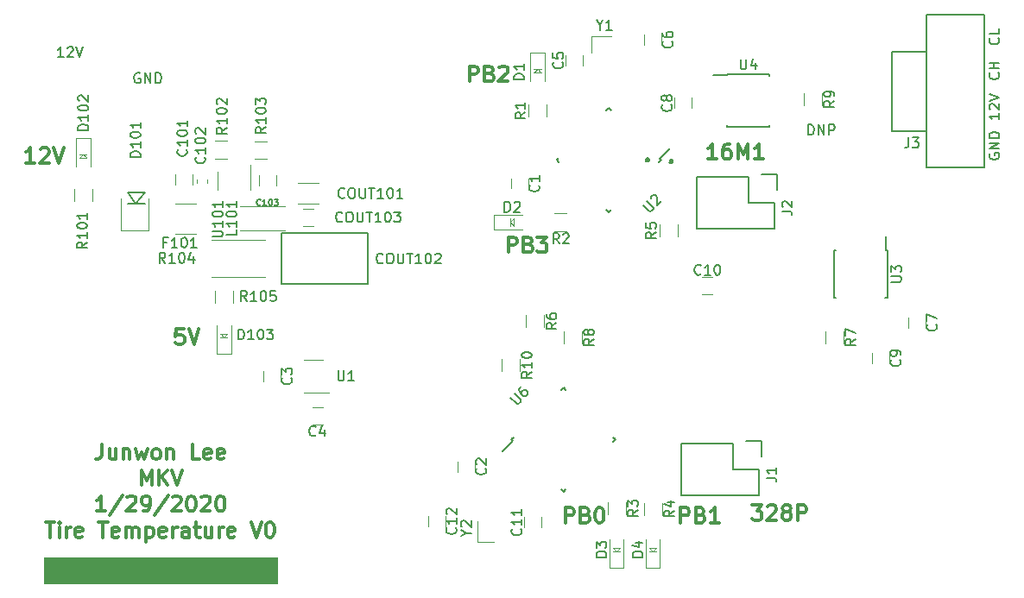
<source format=gbr>
G04 #@! TF.GenerationSoftware,KiCad,Pcbnew,5.1.4-e60b266~84~ubuntu16.04.1*
G04 #@! TF.CreationDate,2020-01-29T21:56:32-05:00*
G04 #@! TF.ProjectId,tire_temp,74697265-5f74-4656-9d70-2e6b69636164,rev?*
G04 #@! TF.SameCoordinates,Original*
G04 #@! TF.FileFunction,Legend,Top*
G04 #@! TF.FilePolarity,Positive*
%FSLAX46Y46*%
G04 Gerber Fmt 4.6, Leading zero omitted, Abs format (unit mm)*
G04 Created by KiCad (PCBNEW 5.1.4-e60b266~84~ubuntu16.04.1) date 2020-01-29 21:56:32*
%MOMM*%
%LPD*%
G04 APERTURE LIST*
%ADD10C,0.150000*%
%ADD11C,0.100000*%
%ADD12C,0.300000*%
%ADD13C,0.120000*%
%ADD14C,0.200000*%
%ADD15C,0.500000*%
G04 APERTURE END LIST*
D10*
X196445142Y-81121238D02*
X196492761Y-81168857D01*
X196540380Y-81311714D01*
X196540380Y-81406952D01*
X196492761Y-81549809D01*
X196397523Y-81645047D01*
X196302285Y-81692666D01*
X196111809Y-81740285D01*
X195968952Y-81740285D01*
X195778476Y-81692666D01*
X195683238Y-81645047D01*
X195588000Y-81549809D01*
X195540380Y-81406952D01*
X195540380Y-81311714D01*
X195588000Y-81168857D01*
X195635619Y-81121238D01*
X196540380Y-80216476D02*
X196540380Y-80692666D01*
X195540380Y-80692666D01*
X196445142Y-84542285D02*
X196492761Y-84589904D01*
X196540380Y-84732761D01*
X196540380Y-84828000D01*
X196492761Y-84970857D01*
X196397523Y-85066095D01*
X196302285Y-85113714D01*
X196111809Y-85161333D01*
X195968952Y-85161333D01*
X195778476Y-85113714D01*
X195683238Y-85066095D01*
X195588000Y-84970857D01*
X195540380Y-84828000D01*
X195540380Y-84732761D01*
X195588000Y-84589904D01*
X195635619Y-84542285D01*
X196540380Y-84113714D02*
X195540380Y-84113714D01*
X196016571Y-84113714D02*
X196016571Y-83542285D01*
X196540380Y-83542285D02*
X195540380Y-83542285D01*
X196540380Y-88503047D02*
X196540380Y-89074476D01*
X196540380Y-88788761D02*
X195540380Y-88788761D01*
X195683238Y-88884000D01*
X195778476Y-88979238D01*
X195826095Y-89074476D01*
X195635619Y-88122095D02*
X195588000Y-88074476D01*
X195540380Y-87979238D01*
X195540380Y-87741142D01*
X195588000Y-87645904D01*
X195635619Y-87598285D01*
X195730857Y-87550666D01*
X195826095Y-87550666D01*
X195968952Y-87598285D01*
X196540380Y-88169714D01*
X196540380Y-87550666D01*
X195540380Y-87264952D02*
X196540380Y-86931619D01*
X195540380Y-86598285D01*
X195588000Y-92455904D02*
X195540380Y-92551142D01*
X195540380Y-92694000D01*
X195588000Y-92836857D01*
X195683238Y-92932095D01*
X195778476Y-92979714D01*
X195968952Y-93027333D01*
X196111809Y-93027333D01*
X196302285Y-92979714D01*
X196397523Y-92932095D01*
X196492761Y-92836857D01*
X196540380Y-92694000D01*
X196540380Y-92598761D01*
X196492761Y-92455904D01*
X196445142Y-92408285D01*
X196111809Y-92408285D01*
X196111809Y-92598761D01*
X196540380Y-91979714D02*
X195540380Y-91979714D01*
X196540380Y-91408285D01*
X195540380Y-91408285D01*
X196540380Y-90932095D02*
X195540380Y-90932095D01*
X195540380Y-90694000D01*
X195588000Y-90551142D01*
X195683238Y-90455904D01*
X195778476Y-90408285D01*
X195968952Y-90360666D01*
X196111809Y-90360666D01*
X196302285Y-90408285D01*
X196397523Y-90455904D01*
X196492761Y-90551142D01*
X196540380Y-90694000D01*
X196540380Y-90932095D01*
X177784285Y-90622380D02*
X177784285Y-89622380D01*
X178022380Y-89622380D01*
X178165238Y-89670000D01*
X178260476Y-89765238D01*
X178308095Y-89860476D01*
X178355714Y-90050952D01*
X178355714Y-90193809D01*
X178308095Y-90384285D01*
X178260476Y-90479523D01*
X178165238Y-90574761D01*
X178022380Y-90622380D01*
X177784285Y-90622380D01*
X178784285Y-90622380D02*
X178784285Y-89622380D01*
X179355714Y-90622380D01*
X179355714Y-89622380D01*
X179831904Y-90622380D02*
X179831904Y-89622380D01*
X180212857Y-89622380D01*
X180308095Y-89670000D01*
X180355714Y-89717619D01*
X180403333Y-89812857D01*
X180403333Y-89955714D01*
X180355714Y-90050952D01*
X180308095Y-90098571D01*
X180212857Y-90146190D01*
X179831904Y-90146190D01*
D11*
G36*
X125730000Y-134620000D02*
G01*
X102870000Y-134620000D01*
X102870000Y-132080000D01*
X125730000Y-132080000D01*
X125730000Y-134620000D01*
G37*
X125730000Y-134620000D02*
X102870000Y-134620000D01*
X102870000Y-132080000D01*
X125730000Y-132080000D01*
X125730000Y-134620000D01*
D12*
X108550000Y-120956571D02*
X108550000Y-122028000D01*
X108478571Y-122242285D01*
X108335714Y-122385142D01*
X108121428Y-122456571D01*
X107978571Y-122456571D01*
X109907142Y-121456571D02*
X109907142Y-122456571D01*
X109264285Y-121456571D02*
X109264285Y-122242285D01*
X109335714Y-122385142D01*
X109478571Y-122456571D01*
X109692857Y-122456571D01*
X109835714Y-122385142D01*
X109907142Y-122313714D01*
X110621428Y-121456571D02*
X110621428Y-122456571D01*
X110621428Y-121599428D02*
X110692857Y-121528000D01*
X110835714Y-121456571D01*
X111050000Y-121456571D01*
X111192857Y-121528000D01*
X111264285Y-121670857D01*
X111264285Y-122456571D01*
X111835714Y-121456571D02*
X112121428Y-122456571D01*
X112407142Y-121742285D01*
X112692857Y-122456571D01*
X112978571Y-121456571D01*
X113764285Y-122456571D02*
X113621428Y-122385142D01*
X113550000Y-122313714D01*
X113478571Y-122170857D01*
X113478571Y-121742285D01*
X113550000Y-121599428D01*
X113621428Y-121528000D01*
X113764285Y-121456571D01*
X113978571Y-121456571D01*
X114121428Y-121528000D01*
X114192857Y-121599428D01*
X114264285Y-121742285D01*
X114264285Y-122170857D01*
X114192857Y-122313714D01*
X114121428Y-122385142D01*
X113978571Y-122456571D01*
X113764285Y-122456571D01*
X114907142Y-121456571D02*
X114907142Y-122456571D01*
X114907142Y-121599428D02*
X114978571Y-121528000D01*
X115121428Y-121456571D01*
X115335714Y-121456571D01*
X115478571Y-121528000D01*
X115550000Y-121670857D01*
X115550000Y-122456571D01*
X118121428Y-122456571D02*
X117407142Y-122456571D01*
X117407142Y-120956571D01*
X119192857Y-122385142D02*
X119050000Y-122456571D01*
X118764285Y-122456571D01*
X118621428Y-122385142D01*
X118550000Y-122242285D01*
X118550000Y-121670857D01*
X118621428Y-121528000D01*
X118764285Y-121456571D01*
X119050000Y-121456571D01*
X119192857Y-121528000D01*
X119264285Y-121670857D01*
X119264285Y-121813714D01*
X118550000Y-121956571D01*
X120478571Y-122385142D02*
X120335714Y-122456571D01*
X120050000Y-122456571D01*
X119907142Y-122385142D01*
X119835714Y-122242285D01*
X119835714Y-121670857D01*
X119907142Y-121528000D01*
X120050000Y-121456571D01*
X120335714Y-121456571D01*
X120478571Y-121528000D01*
X120550000Y-121670857D01*
X120550000Y-121813714D01*
X119835714Y-121956571D01*
X112407142Y-125006571D02*
X112407142Y-123506571D01*
X112907142Y-124578000D01*
X113407142Y-123506571D01*
X113407142Y-125006571D01*
X114121428Y-125006571D02*
X114121428Y-123506571D01*
X114978571Y-125006571D02*
X114335714Y-124149428D01*
X114978571Y-123506571D02*
X114121428Y-124363714D01*
X115407142Y-123506571D02*
X115907142Y-125006571D01*
X116407142Y-123506571D01*
X108871428Y-127556571D02*
X108014285Y-127556571D01*
X108442857Y-127556571D02*
X108442857Y-126056571D01*
X108300000Y-126270857D01*
X108157142Y-126413714D01*
X108014285Y-126485142D01*
X110585714Y-125985142D02*
X109300000Y-127913714D01*
X111014285Y-126199428D02*
X111085714Y-126128000D01*
X111228571Y-126056571D01*
X111585714Y-126056571D01*
X111728571Y-126128000D01*
X111800000Y-126199428D01*
X111871428Y-126342285D01*
X111871428Y-126485142D01*
X111800000Y-126699428D01*
X110942857Y-127556571D01*
X111871428Y-127556571D01*
X112585714Y-127556571D02*
X112871428Y-127556571D01*
X113014285Y-127485142D01*
X113085714Y-127413714D01*
X113228571Y-127199428D01*
X113300000Y-126913714D01*
X113300000Y-126342285D01*
X113228571Y-126199428D01*
X113157142Y-126128000D01*
X113014285Y-126056571D01*
X112728571Y-126056571D01*
X112585714Y-126128000D01*
X112514285Y-126199428D01*
X112442857Y-126342285D01*
X112442857Y-126699428D01*
X112514285Y-126842285D01*
X112585714Y-126913714D01*
X112728571Y-126985142D01*
X113014285Y-126985142D01*
X113157142Y-126913714D01*
X113228571Y-126842285D01*
X113300000Y-126699428D01*
X115014285Y-125985142D02*
X113728571Y-127913714D01*
X115442857Y-126199428D02*
X115514285Y-126128000D01*
X115657142Y-126056571D01*
X116014285Y-126056571D01*
X116157142Y-126128000D01*
X116228571Y-126199428D01*
X116300000Y-126342285D01*
X116300000Y-126485142D01*
X116228571Y-126699428D01*
X115371428Y-127556571D01*
X116300000Y-127556571D01*
X117228571Y-126056571D02*
X117371428Y-126056571D01*
X117514285Y-126128000D01*
X117585714Y-126199428D01*
X117657142Y-126342285D01*
X117728571Y-126628000D01*
X117728571Y-126985142D01*
X117657142Y-127270857D01*
X117585714Y-127413714D01*
X117514285Y-127485142D01*
X117371428Y-127556571D01*
X117228571Y-127556571D01*
X117085714Y-127485142D01*
X117014285Y-127413714D01*
X116942857Y-127270857D01*
X116871428Y-126985142D01*
X116871428Y-126628000D01*
X116942857Y-126342285D01*
X117014285Y-126199428D01*
X117085714Y-126128000D01*
X117228571Y-126056571D01*
X118300000Y-126199428D02*
X118371428Y-126128000D01*
X118514285Y-126056571D01*
X118871428Y-126056571D01*
X119014285Y-126128000D01*
X119085714Y-126199428D01*
X119157142Y-126342285D01*
X119157142Y-126485142D01*
X119085714Y-126699428D01*
X118228571Y-127556571D01*
X119157142Y-127556571D01*
X120085714Y-126056571D02*
X120228571Y-126056571D01*
X120371428Y-126128000D01*
X120442857Y-126199428D01*
X120514285Y-126342285D01*
X120585714Y-126628000D01*
X120585714Y-126985142D01*
X120514285Y-127270857D01*
X120442857Y-127413714D01*
X120371428Y-127485142D01*
X120228571Y-127556571D01*
X120085714Y-127556571D01*
X119942857Y-127485142D01*
X119871428Y-127413714D01*
X119800000Y-127270857D01*
X119728571Y-126985142D01*
X119728571Y-126628000D01*
X119800000Y-126342285D01*
X119871428Y-126199428D01*
X119942857Y-126128000D01*
X120085714Y-126056571D01*
X103014285Y-128606571D02*
X103871428Y-128606571D01*
X103442857Y-130106571D02*
X103442857Y-128606571D01*
X104371428Y-130106571D02*
X104371428Y-129106571D01*
X104371428Y-128606571D02*
X104300000Y-128678000D01*
X104371428Y-128749428D01*
X104442857Y-128678000D01*
X104371428Y-128606571D01*
X104371428Y-128749428D01*
X105085714Y-130106571D02*
X105085714Y-129106571D01*
X105085714Y-129392285D02*
X105157142Y-129249428D01*
X105228571Y-129178000D01*
X105371428Y-129106571D01*
X105514285Y-129106571D01*
X106585714Y-130035142D02*
X106442857Y-130106571D01*
X106157142Y-130106571D01*
X106014285Y-130035142D01*
X105942857Y-129892285D01*
X105942857Y-129320857D01*
X106014285Y-129178000D01*
X106157142Y-129106571D01*
X106442857Y-129106571D01*
X106585714Y-129178000D01*
X106657142Y-129320857D01*
X106657142Y-129463714D01*
X105942857Y-129606571D01*
X108228571Y-128606571D02*
X109085714Y-128606571D01*
X108657142Y-130106571D02*
X108657142Y-128606571D01*
X110157142Y-130035142D02*
X110014285Y-130106571D01*
X109728571Y-130106571D01*
X109585714Y-130035142D01*
X109514285Y-129892285D01*
X109514285Y-129320857D01*
X109585714Y-129178000D01*
X109728571Y-129106571D01*
X110014285Y-129106571D01*
X110157142Y-129178000D01*
X110228571Y-129320857D01*
X110228571Y-129463714D01*
X109514285Y-129606571D01*
X110871428Y-130106571D02*
X110871428Y-129106571D01*
X110871428Y-129249428D02*
X110942857Y-129178000D01*
X111085714Y-129106571D01*
X111300000Y-129106571D01*
X111442857Y-129178000D01*
X111514285Y-129320857D01*
X111514285Y-130106571D01*
X111514285Y-129320857D02*
X111585714Y-129178000D01*
X111728571Y-129106571D01*
X111942857Y-129106571D01*
X112085714Y-129178000D01*
X112157142Y-129320857D01*
X112157142Y-130106571D01*
X112871428Y-129106571D02*
X112871428Y-130606571D01*
X112871428Y-129178000D02*
X113014285Y-129106571D01*
X113300000Y-129106571D01*
X113442857Y-129178000D01*
X113514285Y-129249428D01*
X113585714Y-129392285D01*
X113585714Y-129820857D01*
X113514285Y-129963714D01*
X113442857Y-130035142D01*
X113300000Y-130106571D01*
X113014285Y-130106571D01*
X112871428Y-130035142D01*
X114800000Y-130035142D02*
X114657142Y-130106571D01*
X114371428Y-130106571D01*
X114228571Y-130035142D01*
X114157142Y-129892285D01*
X114157142Y-129320857D01*
X114228571Y-129178000D01*
X114371428Y-129106571D01*
X114657142Y-129106571D01*
X114800000Y-129178000D01*
X114871428Y-129320857D01*
X114871428Y-129463714D01*
X114157142Y-129606571D01*
X115514285Y-130106571D02*
X115514285Y-129106571D01*
X115514285Y-129392285D02*
X115585714Y-129249428D01*
X115657142Y-129178000D01*
X115800000Y-129106571D01*
X115942857Y-129106571D01*
X117085714Y-130106571D02*
X117085714Y-129320857D01*
X117014285Y-129178000D01*
X116871428Y-129106571D01*
X116585714Y-129106571D01*
X116442857Y-129178000D01*
X117085714Y-130035142D02*
X116942857Y-130106571D01*
X116585714Y-130106571D01*
X116442857Y-130035142D01*
X116371428Y-129892285D01*
X116371428Y-129749428D01*
X116442857Y-129606571D01*
X116585714Y-129535142D01*
X116942857Y-129535142D01*
X117085714Y-129463714D01*
X117585714Y-129106571D02*
X118157142Y-129106571D01*
X117800000Y-128606571D02*
X117800000Y-129892285D01*
X117871428Y-130035142D01*
X118014285Y-130106571D01*
X118157142Y-130106571D01*
X119300000Y-129106571D02*
X119300000Y-130106571D01*
X118657142Y-129106571D02*
X118657142Y-129892285D01*
X118728571Y-130035142D01*
X118871428Y-130106571D01*
X119085714Y-130106571D01*
X119228571Y-130035142D01*
X119300000Y-129963714D01*
X120014285Y-130106571D02*
X120014285Y-129106571D01*
X120014285Y-129392285D02*
X120085714Y-129249428D01*
X120157142Y-129178000D01*
X120300000Y-129106571D01*
X120442857Y-129106571D01*
X121514285Y-130035142D02*
X121371428Y-130106571D01*
X121085714Y-130106571D01*
X120942857Y-130035142D01*
X120871428Y-129892285D01*
X120871428Y-129320857D01*
X120942857Y-129178000D01*
X121085714Y-129106571D01*
X121371428Y-129106571D01*
X121514285Y-129178000D01*
X121585714Y-129320857D01*
X121585714Y-129463714D01*
X120871428Y-129606571D01*
X123157142Y-128606571D02*
X123657142Y-130106571D01*
X124157142Y-128606571D01*
X124942857Y-128606571D02*
X125085714Y-128606571D01*
X125228571Y-128678000D01*
X125300000Y-128749428D01*
X125371428Y-128892285D01*
X125442857Y-129178000D01*
X125442857Y-129535142D01*
X125371428Y-129820857D01*
X125300000Y-129963714D01*
X125228571Y-130035142D01*
X125085714Y-130106571D01*
X124942857Y-130106571D01*
X124800000Y-130035142D01*
X124728571Y-129963714D01*
X124657142Y-129820857D01*
X124585714Y-129535142D01*
X124585714Y-129178000D01*
X124657142Y-128892285D01*
X124728571Y-128749428D01*
X124800000Y-128678000D01*
X124942857Y-128606571D01*
X165274857Y-128694571D02*
X165274857Y-127194571D01*
X165846285Y-127194571D01*
X165989142Y-127266000D01*
X166060571Y-127337428D01*
X166132000Y-127480285D01*
X166132000Y-127694571D01*
X166060571Y-127837428D01*
X165989142Y-127908857D01*
X165846285Y-127980285D01*
X165274857Y-127980285D01*
X167274857Y-127908857D02*
X167489142Y-127980285D01*
X167560571Y-128051714D01*
X167632000Y-128194571D01*
X167632000Y-128408857D01*
X167560571Y-128551714D01*
X167489142Y-128623142D01*
X167346285Y-128694571D01*
X166774857Y-128694571D01*
X166774857Y-127194571D01*
X167274857Y-127194571D01*
X167417714Y-127266000D01*
X167489142Y-127337428D01*
X167560571Y-127480285D01*
X167560571Y-127623142D01*
X167489142Y-127766000D01*
X167417714Y-127837428D01*
X167274857Y-127908857D01*
X166774857Y-127908857D01*
X169060571Y-128694571D02*
X168203428Y-128694571D01*
X168632000Y-128694571D02*
X168632000Y-127194571D01*
X168489142Y-127408857D01*
X168346285Y-127551714D01*
X168203428Y-127623142D01*
X153971857Y-128694571D02*
X153971857Y-127194571D01*
X154543285Y-127194571D01*
X154686142Y-127266000D01*
X154757571Y-127337428D01*
X154829000Y-127480285D01*
X154829000Y-127694571D01*
X154757571Y-127837428D01*
X154686142Y-127908857D01*
X154543285Y-127980285D01*
X153971857Y-127980285D01*
X155971857Y-127908857D02*
X156186142Y-127980285D01*
X156257571Y-128051714D01*
X156329000Y-128194571D01*
X156329000Y-128408857D01*
X156257571Y-128551714D01*
X156186142Y-128623142D01*
X156043285Y-128694571D01*
X155471857Y-128694571D01*
X155471857Y-127194571D01*
X155971857Y-127194571D01*
X156114714Y-127266000D01*
X156186142Y-127337428D01*
X156257571Y-127480285D01*
X156257571Y-127623142D01*
X156186142Y-127766000D01*
X156114714Y-127837428D01*
X155971857Y-127908857D01*
X155471857Y-127908857D01*
X157257571Y-127194571D02*
X157400428Y-127194571D01*
X157543285Y-127266000D01*
X157614714Y-127337428D01*
X157686142Y-127480285D01*
X157757571Y-127766000D01*
X157757571Y-128123142D01*
X157686142Y-128408857D01*
X157614714Y-128551714D01*
X157543285Y-128623142D01*
X157400428Y-128694571D01*
X157257571Y-128694571D01*
X157114714Y-128623142D01*
X157043285Y-128551714D01*
X156971857Y-128408857D01*
X156900428Y-128123142D01*
X156900428Y-127766000D01*
X156971857Y-127480285D01*
X157043285Y-127337428D01*
X157114714Y-127266000D01*
X157257571Y-127194571D01*
X172327428Y-126940571D02*
X173256000Y-126940571D01*
X172756000Y-127512000D01*
X172970285Y-127512000D01*
X173113142Y-127583428D01*
X173184571Y-127654857D01*
X173256000Y-127797714D01*
X173256000Y-128154857D01*
X173184571Y-128297714D01*
X173113142Y-128369142D01*
X172970285Y-128440571D01*
X172541714Y-128440571D01*
X172398857Y-128369142D01*
X172327428Y-128297714D01*
X173827428Y-127083428D02*
X173898857Y-127012000D01*
X174041714Y-126940571D01*
X174398857Y-126940571D01*
X174541714Y-127012000D01*
X174613142Y-127083428D01*
X174684571Y-127226285D01*
X174684571Y-127369142D01*
X174613142Y-127583428D01*
X173756000Y-128440571D01*
X174684571Y-128440571D01*
X175541714Y-127583428D02*
X175398857Y-127512000D01*
X175327428Y-127440571D01*
X175256000Y-127297714D01*
X175256000Y-127226285D01*
X175327428Y-127083428D01*
X175398857Y-127012000D01*
X175541714Y-126940571D01*
X175827428Y-126940571D01*
X175970285Y-127012000D01*
X176041714Y-127083428D01*
X176113142Y-127226285D01*
X176113142Y-127297714D01*
X176041714Y-127440571D01*
X175970285Y-127512000D01*
X175827428Y-127583428D01*
X175541714Y-127583428D01*
X175398857Y-127654857D01*
X175327428Y-127726285D01*
X175256000Y-127869142D01*
X175256000Y-128154857D01*
X175327428Y-128297714D01*
X175398857Y-128369142D01*
X175541714Y-128440571D01*
X175827428Y-128440571D01*
X175970285Y-128369142D01*
X176041714Y-128297714D01*
X176113142Y-128154857D01*
X176113142Y-127869142D01*
X176041714Y-127726285D01*
X175970285Y-127654857D01*
X175827428Y-127583428D01*
X176756000Y-128440571D02*
X176756000Y-126940571D01*
X177327428Y-126940571D01*
X177470285Y-127012000D01*
X177541714Y-127083428D01*
X177613142Y-127226285D01*
X177613142Y-127440571D01*
X177541714Y-127583428D01*
X177470285Y-127654857D01*
X177327428Y-127726285D01*
X176756000Y-127726285D01*
X168830857Y-93007571D02*
X167973714Y-93007571D01*
X168402285Y-93007571D02*
X168402285Y-91507571D01*
X168259428Y-91721857D01*
X168116571Y-91864714D01*
X167973714Y-91936142D01*
X170116571Y-91507571D02*
X169830857Y-91507571D01*
X169688000Y-91579000D01*
X169616571Y-91650428D01*
X169473714Y-91864714D01*
X169402285Y-92150428D01*
X169402285Y-92721857D01*
X169473714Y-92864714D01*
X169545142Y-92936142D01*
X169688000Y-93007571D01*
X169973714Y-93007571D01*
X170116571Y-92936142D01*
X170188000Y-92864714D01*
X170259428Y-92721857D01*
X170259428Y-92364714D01*
X170188000Y-92221857D01*
X170116571Y-92150428D01*
X169973714Y-92079000D01*
X169688000Y-92079000D01*
X169545142Y-92150428D01*
X169473714Y-92221857D01*
X169402285Y-92364714D01*
X170902285Y-93007571D02*
X170902285Y-91507571D01*
X171402285Y-92579000D01*
X171902285Y-91507571D01*
X171902285Y-93007571D01*
X173402285Y-93007571D02*
X172545142Y-93007571D01*
X172973714Y-93007571D02*
X172973714Y-91507571D01*
X172830857Y-91721857D01*
X172688000Y-91864714D01*
X172545142Y-91936142D01*
X144573857Y-85387571D02*
X144573857Y-83887571D01*
X145145285Y-83887571D01*
X145288142Y-83959000D01*
X145359571Y-84030428D01*
X145431000Y-84173285D01*
X145431000Y-84387571D01*
X145359571Y-84530428D01*
X145288142Y-84601857D01*
X145145285Y-84673285D01*
X144573857Y-84673285D01*
X146573857Y-84601857D02*
X146788142Y-84673285D01*
X146859571Y-84744714D01*
X146931000Y-84887571D01*
X146931000Y-85101857D01*
X146859571Y-85244714D01*
X146788142Y-85316142D01*
X146645285Y-85387571D01*
X146073857Y-85387571D01*
X146073857Y-83887571D01*
X146573857Y-83887571D01*
X146716714Y-83959000D01*
X146788142Y-84030428D01*
X146859571Y-84173285D01*
X146859571Y-84316142D01*
X146788142Y-84459000D01*
X146716714Y-84530428D01*
X146573857Y-84601857D01*
X146073857Y-84601857D01*
X147502428Y-84030428D02*
X147573857Y-83959000D01*
X147716714Y-83887571D01*
X148073857Y-83887571D01*
X148216714Y-83959000D01*
X148288142Y-84030428D01*
X148359571Y-84173285D01*
X148359571Y-84316142D01*
X148288142Y-84530428D01*
X147431000Y-85387571D01*
X148359571Y-85387571D01*
X148383857Y-102151571D02*
X148383857Y-100651571D01*
X148955285Y-100651571D01*
X149098142Y-100723000D01*
X149169571Y-100794428D01*
X149241000Y-100937285D01*
X149241000Y-101151571D01*
X149169571Y-101294428D01*
X149098142Y-101365857D01*
X148955285Y-101437285D01*
X148383857Y-101437285D01*
X150383857Y-101365857D02*
X150598142Y-101437285D01*
X150669571Y-101508714D01*
X150741000Y-101651571D01*
X150741000Y-101865857D01*
X150669571Y-102008714D01*
X150598142Y-102080142D01*
X150455285Y-102151571D01*
X149883857Y-102151571D01*
X149883857Y-100651571D01*
X150383857Y-100651571D01*
X150526714Y-100723000D01*
X150598142Y-100794428D01*
X150669571Y-100937285D01*
X150669571Y-101080142D01*
X150598142Y-101223000D01*
X150526714Y-101294428D01*
X150383857Y-101365857D01*
X149883857Y-101365857D01*
X151241000Y-100651571D02*
X152169571Y-100651571D01*
X151669571Y-101223000D01*
X151883857Y-101223000D01*
X152026714Y-101294428D01*
X152098142Y-101365857D01*
X152169571Y-101508714D01*
X152169571Y-101865857D01*
X152098142Y-102008714D01*
X152026714Y-102080142D01*
X151883857Y-102151571D01*
X151455285Y-102151571D01*
X151312428Y-102080142D01*
X151241000Y-102008714D01*
X116554285Y-109668571D02*
X115840000Y-109668571D01*
X115768571Y-110382857D01*
X115840000Y-110311428D01*
X115982857Y-110240000D01*
X116340000Y-110240000D01*
X116482857Y-110311428D01*
X116554285Y-110382857D01*
X116625714Y-110525714D01*
X116625714Y-110882857D01*
X116554285Y-111025714D01*
X116482857Y-111097142D01*
X116340000Y-111168571D01*
X115982857Y-111168571D01*
X115840000Y-111097142D01*
X115768571Y-111025714D01*
X117054285Y-109668571D02*
X117554285Y-111168571D01*
X118054285Y-109668571D01*
X101941428Y-93388571D02*
X101084285Y-93388571D01*
X101512857Y-93388571D02*
X101512857Y-91888571D01*
X101370000Y-92102857D01*
X101227142Y-92245714D01*
X101084285Y-92317142D01*
X102512857Y-92031428D02*
X102584285Y-91960000D01*
X102727142Y-91888571D01*
X103084285Y-91888571D01*
X103227142Y-91960000D01*
X103298571Y-92031428D01*
X103370000Y-92174285D01*
X103370000Y-92317142D01*
X103298571Y-92531428D01*
X102441428Y-93388571D01*
X103370000Y-93388571D01*
X103798571Y-91888571D02*
X104298571Y-93388571D01*
X104798571Y-91888571D01*
D10*
X148670476Y-120523000D02*
X148829575Y-120682099D01*
X153797000Y-115396476D02*
X154026810Y-115626286D01*
X158923524Y-120523000D02*
X158693714Y-120293190D01*
X153797000Y-125649524D02*
X153567190Y-125419714D01*
X148670476Y-120523000D02*
X148900286Y-120293190D01*
X153797000Y-125649524D02*
X154026810Y-125419714D01*
X158923524Y-120523000D02*
X158693714Y-120752810D01*
X153797000Y-115396476D02*
X153567190Y-115626286D01*
X148829575Y-120682099D02*
X147821948Y-121689726D01*
X171958000Y-94742000D02*
X166878000Y-94742000D01*
X174778000Y-94462000D02*
X174778000Y-96012000D01*
X174498000Y-97282000D02*
X171958000Y-97282000D01*
X171958000Y-97282000D02*
X171958000Y-94742000D01*
X166878000Y-94742000D02*
X166878000Y-99822000D01*
X166878000Y-99822000D02*
X171958000Y-99822000D01*
X174778000Y-94462000D02*
X173228000Y-94462000D01*
X174498000Y-99822000D02*
X174498000Y-97282000D01*
X171958000Y-99822000D02*
X174498000Y-99822000D01*
D13*
X122069700Y-97608540D02*
X126469700Y-97608540D01*
X126469700Y-100008540D02*
X122069700Y-100008540D01*
D10*
X126122300Y-105243000D02*
X126122300Y-100243000D01*
X134622300Y-105243000D02*
X126122300Y-105243000D01*
X134622300Y-100243000D02*
X134622300Y-105243000D01*
X126122300Y-100243000D02*
X134622300Y-100243000D01*
D13*
X123914800Y-94623000D02*
X123914800Y-95623000D01*
X125614800Y-95623000D02*
X125614800Y-94623000D01*
X117763800Y-100349500D02*
X115763800Y-100349500D01*
X115763800Y-97389500D02*
X117763800Y-97389500D01*
X123537420Y-91240720D02*
X124737420Y-91240720D01*
X124737420Y-93000720D02*
X123537420Y-93000720D01*
X120851220Y-92985480D02*
X119651220Y-92985480D01*
X119651220Y-91225480D02*
X120851220Y-91225480D01*
X119613000Y-107092000D02*
X119613000Y-105892000D01*
X121373000Y-105892000D02*
X121373000Y-107092000D01*
X119321200Y-100928080D02*
X124521200Y-100928080D01*
X124521200Y-104568080D02*
X119321200Y-104568080D01*
X119860600Y-94207800D02*
X119860600Y-96007800D01*
X123080600Y-96007800D02*
X123080600Y-93557800D01*
X129741300Y-95373000D02*
X127741300Y-95373000D01*
X127741300Y-97413000D02*
X129741300Y-97413000D01*
X129265300Y-97892500D02*
X128265300Y-97892500D01*
X128265300Y-99592500D02*
X129265300Y-99592500D01*
D14*
X112747300Y-96237500D02*
X111847300Y-97337500D01*
X111047300Y-96237500D02*
X112747300Y-96237500D01*
X111847300Y-97337500D02*
X111047300Y-96237500D01*
X111047300Y-97337500D02*
X112747300Y-97337500D01*
D13*
X110413800Y-100012500D02*
X113080800Y-100012500D01*
X113080800Y-100012500D02*
X113080800Y-96837500D01*
X110413800Y-100012500D02*
X110413800Y-96837500D01*
D11*
X120843000Y-110492000D02*
X120493000Y-110492000D01*
X120493000Y-110492000D02*
X120143000Y-110492000D01*
X120843000Y-110142000D02*
X120493000Y-110492000D01*
X120793000Y-110142000D02*
X120843000Y-110142000D01*
X120843000Y-110142000D02*
X120793000Y-110142000D01*
X120143000Y-110142000D02*
X120793000Y-110142000D01*
X120193000Y-110192000D02*
X120143000Y-110142000D01*
X120493000Y-110492000D02*
X120193000Y-110192000D01*
D13*
X119793000Y-112092000D02*
X121193000Y-112092000D01*
X121193000Y-112092000D02*
X121193000Y-109292000D01*
X119793000Y-112092000D02*
X119793000Y-109292000D01*
D11*
X106343000Y-92542000D02*
X106693000Y-92542000D01*
X106693000Y-92542000D02*
X107043000Y-92542000D01*
X106343000Y-92892000D02*
X106693000Y-92542000D01*
X106393000Y-92892000D02*
X106343000Y-92892000D01*
X106343000Y-92892000D02*
X106393000Y-92892000D01*
X107043000Y-92892000D02*
X106393000Y-92892000D01*
X106993000Y-92842000D02*
X107043000Y-92892000D01*
X106693000Y-92542000D02*
X106993000Y-92842000D01*
D13*
X107393000Y-90942000D02*
X105993000Y-90942000D01*
X105993000Y-90942000D02*
X105993000Y-93742000D01*
X107393000Y-90942000D02*
X107393000Y-93742000D01*
X107573000Y-95942000D02*
X107573000Y-97142000D01*
X105813000Y-97142000D02*
X105813000Y-95942000D01*
X117395360Y-95512000D02*
X117395360Y-94512000D01*
X115695360Y-94512000D02*
X115695360Y-95512000D01*
X117841300Y-95365279D02*
X117841300Y-95039721D01*
X118861300Y-95365279D02*
X118861300Y-95039721D01*
X150329000Y-95893000D02*
X150329000Y-94893000D01*
X148629000Y-94893000D02*
X148629000Y-95893000D01*
X145122000Y-123674000D02*
X145122000Y-122674000D01*
X143422000Y-122674000D02*
X143422000Y-123674000D01*
X126072000Y-114800000D02*
X126072000Y-113800000D01*
X124372000Y-113800000D02*
X124372000Y-114800000D01*
X130167000Y-117387000D02*
X129167000Y-117387000D01*
X129167000Y-119087000D02*
X130167000Y-119087000D01*
X155663000Y-83828000D02*
X155663000Y-82828000D01*
X153963000Y-82828000D02*
X153963000Y-83828000D01*
X163410000Y-81780000D02*
X163410000Y-80780000D01*
X161710000Y-80780000D02*
X161710000Y-81780000D01*
X189318000Y-109577000D02*
X189318000Y-108577000D01*
X187618000Y-108577000D02*
X187618000Y-109577000D01*
X166331000Y-88003000D02*
X166331000Y-87003000D01*
X164631000Y-87003000D02*
X164631000Y-88003000D01*
X184062000Y-112038000D02*
X184062000Y-113038000D01*
X185762000Y-113038000D02*
X185762000Y-112038000D01*
X168410000Y-104560000D02*
X167410000Y-104560000D01*
X167410000Y-106260000D02*
X168410000Y-106260000D01*
X149899000Y-128151000D02*
X149899000Y-129151000D01*
X151599000Y-129151000D02*
X151599000Y-128151000D01*
X140501000Y-128024000D02*
X140501000Y-129024000D01*
X142201000Y-129024000D02*
X142201000Y-128024000D01*
X151957000Y-82571000D02*
X151957000Y-85371000D01*
X150557000Y-82571000D02*
X150557000Y-85371000D01*
X151957000Y-82571000D02*
X150557000Y-82571000D01*
D11*
X151257000Y-84171000D02*
X151557000Y-84471000D01*
X151557000Y-84471000D02*
X151607000Y-84521000D01*
X151607000Y-84521000D02*
X150957000Y-84521000D01*
X150907000Y-84521000D02*
X150957000Y-84521000D01*
X150957000Y-84521000D02*
X150907000Y-84521000D01*
X150907000Y-84521000D02*
X151257000Y-84171000D01*
X151257000Y-84171000D02*
X151607000Y-84171000D01*
X150907000Y-84171000D02*
X151257000Y-84171000D01*
D13*
X146960000Y-98487000D02*
X149760000Y-98487000D01*
X146960000Y-99887000D02*
X149760000Y-99887000D01*
X146960000Y-98487000D02*
X146960000Y-99887000D01*
D11*
X148560000Y-99187000D02*
X148860000Y-98887000D01*
X148860000Y-98887000D02*
X148910000Y-98837000D01*
X148910000Y-98837000D02*
X148910000Y-99487000D01*
X148910000Y-99537000D02*
X148910000Y-99487000D01*
X148910000Y-99487000D02*
X148910000Y-99537000D01*
X148910000Y-99537000D02*
X148560000Y-99187000D01*
X148560000Y-99187000D02*
X148560000Y-98837000D01*
X148560000Y-99537000D02*
X148560000Y-99187000D01*
X159354000Y-131518000D02*
X159004000Y-131518000D01*
X159004000Y-131518000D02*
X158654000Y-131518000D01*
X159354000Y-131168000D02*
X159004000Y-131518000D01*
X159304000Y-131168000D02*
X159354000Y-131168000D01*
X159354000Y-131168000D02*
X159304000Y-131168000D01*
X158654000Y-131168000D02*
X159304000Y-131168000D01*
X158704000Y-131218000D02*
X158654000Y-131168000D01*
X159004000Y-131518000D02*
X158704000Y-131218000D01*
D13*
X158304000Y-133118000D02*
X159704000Y-133118000D01*
X159704000Y-133118000D02*
X159704000Y-130318000D01*
X158304000Y-133118000D02*
X158304000Y-130318000D01*
X161860000Y-133118000D02*
X161860000Y-130318000D01*
X163260000Y-133118000D02*
X163260000Y-130318000D01*
X161860000Y-133118000D02*
X163260000Y-133118000D01*
D11*
X162560000Y-131518000D02*
X162260000Y-131218000D01*
X162260000Y-131218000D02*
X162210000Y-131168000D01*
X162210000Y-131168000D02*
X162860000Y-131168000D01*
X162910000Y-131168000D02*
X162860000Y-131168000D01*
X162860000Y-131168000D02*
X162910000Y-131168000D01*
X162910000Y-131168000D02*
X162560000Y-131518000D01*
X162560000Y-131518000D02*
X162210000Y-131518000D01*
X162910000Y-131518000D02*
X162560000Y-131518000D01*
D10*
X170434000Y-125984000D02*
X172974000Y-125984000D01*
X172974000Y-125984000D02*
X172974000Y-123444000D01*
X173254000Y-120624000D02*
X171704000Y-120624000D01*
X165354000Y-125984000D02*
X170434000Y-125984000D01*
X165354000Y-120904000D02*
X165354000Y-125984000D01*
X170434000Y-123444000D02*
X170434000Y-120904000D01*
X172974000Y-123444000D02*
X170434000Y-123444000D01*
X173254000Y-120624000D02*
X173254000Y-122174000D01*
X170434000Y-120904000D02*
X165354000Y-120904000D01*
D13*
X152137000Y-87665000D02*
X152137000Y-88865000D01*
X150377000Y-88865000D02*
X150377000Y-87665000D01*
X152877000Y-98307000D02*
X154077000Y-98307000D01*
X154077000Y-100067000D02*
X152877000Y-100067000D01*
X159884000Y-126654000D02*
X159884000Y-127854000D01*
X158124000Y-127854000D02*
X158124000Y-126654000D01*
X163440000Y-126720000D02*
X163440000Y-127920000D01*
X161680000Y-127920000D02*
X161680000Y-126720000D01*
X164964000Y-99410000D02*
X164964000Y-100610000D01*
X163204000Y-100610000D02*
X163204000Y-99410000D01*
X151883000Y-108305000D02*
X151883000Y-109505000D01*
X150123000Y-109505000D02*
X150123000Y-108305000D01*
X179460000Y-111090000D02*
X179460000Y-109890000D01*
X181220000Y-109890000D02*
X181220000Y-111090000D01*
X153806000Y-111090000D02*
X153806000Y-109890000D01*
X155566000Y-109890000D02*
X155566000Y-111090000D01*
X179127000Y-86522000D02*
X179127000Y-87722000D01*
X177367000Y-87722000D02*
X177367000Y-86522000D01*
X149470000Y-112623000D02*
X149470000Y-113823000D01*
X147710000Y-113823000D02*
X147710000Y-112623000D01*
X128386000Y-115910000D02*
X130836000Y-115910000D01*
X130186000Y-112690000D02*
X128386000Y-112690000D01*
D15*
X162046548Y-93073039D02*
G75*
G03X162046548Y-93073039I-50801J0D01*
G01*
X164381414Y-93216724D02*
G75*
G03X164381414Y-93216724I-50800J0D01*
G01*
D10*
X163368524Y-93091000D02*
X163209425Y-92931901D01*
X158242000Y-98217524D02*
X158012190Y-97987714D01*
X153115476Y-93091000D02*
X153345286Y-93320810D01*
X158242000Y-87964476D02*
X158471810Y-88194286D01*
X163368524Y-93091000D02*
X163138714Y-93320810D01*
X158242000Y-87964476D02*
X158012190Y-88194286D01*
X153115476Y-93091000D02*
X153345286Y-92861190D01*
X158242000Y-98217524D02*
X158471810Y-97987714D01*
X163209425Y-92931901D02*
X164217052Y-91924274D01*
X185550000Y-101971000D02*
X185425000Y-101971000D01*
X185550000Y-106621000D02*
X185325000Y-106621000D01*
X180300000Y-106621000D02*
X180525000Y-106621000D01*
X180300000Y-101971000D02*
X180525000Y-101971000D01*
X185550000Y-101971000D02*
X185550000Y-106621000D01*
X180300000Y-101971000D02*
X180300000Y-106621000D01*
X185425000Y-101971000D02*
X185425000Y-100621000D01*
X169850000Y-84674000D02*
X169850000Y-84724000D01*
X174000000Y-84674000D02*
X174000000Y-84819000D01*
X174000000Y-89824000D02*
X174000000Y-89679000D01*
X169850000Y-89824000D02*
X169850000Y-89679000D01*
X169850000Y-84674000D02*
X174000000Y-84674000D01*
X169850000Y-89824000D02*
X174000000Y-89824000D01*
X169850000Y-84724000D02*
X168450000Y-84724000D01*
D11*
X156496000Y-80950000D02*
X156496000Y-82550000D01*
X156496000Y-80950000D02*
X158496000Y-80950000D01*
X145339000Y-130524000D02*
X145339000Y-128524000D01*
X145339000Y-130524000D02*
X146939000Y-130524000D01*
D10*
X189350000Y-82460000D02*
X186040000Y-82460000D01*
X186040000Y-82460000D02*
X186040000Y-90260000D01*
X186040000Y-90260000D02*
X189350000Y-90260000D01*
X189350000Y-93860000D02*
X195072000Y-93860000D01*
X189350000Y-78860000D02*
X195072000Y-78860000D01*
X189350000Y-93860000D02*
X189350000Y-78860000D01*
X195072000Y-93860000D02*
X195072000Y-78860000D01*
X148593030Y-116396526D02*
X149165450Y-116968946D01*
X149266465Y-117002618D01*
X149333809Y-117002618D01*
X149434824Y-116968946D01*
X149569511Y-116834259D01*
X149603183Y-116733244D01*
X149603183Y-116665900D01*
X149569511Y-116564885D01*
X148997091Y-115992465D01*
X149636855Y-115352702D02*
X149502168Y-115487389D01*
X149468496Y-115588404D01*
X149468496Y-115655748D01*
X149502168Y-115824107D01*
X149603183Y-115992465D01*
X149872557Y-116261839D01*
X149973572Y-116295511D01*
X150040916Y-116295511D01*
X150141931Y-116261839D01*
X150276618Y-116127152D01*
X150310290Y-116026137D01*
X150310290Y-115958794D01*
X150276618Y-115857778D01*
X150108259Y-115689420D01*
X150007244Y-115655748D01*
X149939900Y-115655748D01*
X149838885Y-115689420D01*
X149704198Y-115824107D01*
X149670526Y-115925122D01*
X149670526Y-115992465D01*
X149704198Y-116093481D01*
X175220380Y-98123333D02*
X175934666Y-98123333D01*
X176077523Y-98170952D01*
X176172761Y-98266190D01*
X176220380Y-98409047D01*
X176220380Y-98504285D01*
X175315619Y-97694761D02*
X175268000Y-97647142D01*
X175220380Y-97551904D01*
X175220380Y-97313809D01*
X175268000Y-97218571D01*
X175315619Y-97170952D01*
X175410857Y-97123333D01*
X175506095Y-97123333D01*
X175648952Y-97170952D01*
X176220380Y-97742380D01*
X176220380Y-97123333D01*
X121737380Y-99925047D02*
X121737380Y-100401238D01*
X120737380Y-100401238D01*
X121737380Y-99067904D02*
X121737380Y-99639333D01*
X121737380Y-99353619D02*
X120737380Y-99353619D01*
X120880238Y-99448857D01*
X120975476Y-99544095D01*
X121023095Y-99639333D01*
X120737380Y-98448857D02*
X120737380Y-98353619D01*
X120785000Y-98258380D01*
X120832619Y-98210761D01*
X120927857Y-98163142D01*
X121118333Y-98115523D01*
X121356428Y-98115523D01*
X121546904Y-98163142D01*
X121642142Y-98210761D01*
X121689761Y-98258380D01*
X121737380Y-98353619D01*
X121737380Y-98448857D01*
X121689761Y-98544095D01*
X121642142Y-98591714D01*
X121546904Y-98639333D01*
X121356428Y-98686952D01*
X121118333Y-98686952D01*
X120927857Y-98639333D01*
X120832619Y-98591714D01*
X120785000Y-98544095D01*
X120737380Y-98448857D01*
X121737380Y-97163142D02*
X121737380Y-97734571D01*
X121737380Y-97448857D02*
X120737380Y-97448857D01*
X120880238Y-97544095D01*
X120975476Y-97639333D01*
X121023095Y-97734571D01*
X136070380Y-103149142D02*
X136022761Y-103196761D01*
X135879904Y-103244380D01*
X135784666Y-103244380D01*
X135641809Y-103196761D01*
X135546571Y-103101523D01*
X135498952Y-103006285D01*
X135451333Y-102815809D01*
X135451333Y-102672952D01*
X135498952Y-102482476D01*
X135546571Y-102387238D01*
X135641809Y-102292000D01*
X135784666Y-102244380D01*
X135879904Y-102244380D01*
X136022761Y-102292000D01*
X136070380Y-102339619D01*
X136689428Y-102244380D02*
X136879904Y-102244380D01*
X136975142Y-102292000D01*
X137070380Y-102387238D01*
X137118000Y-102577714D01*
X137118000Y-102911047D01*
X137070380Y-103101523D01*
X136975142Y-103196761D01*
X136879904Y-103244380D01*
X136689428Y-103244380D01*
X136594190Y-103196761D01*
X136498952Y-103101523D01*
X136451333Y-102911047D01*
X136451333Y-102577714D01*
X136498952Y-102387238D01*
X136594190Y-102292000D01*
X136689428Y-102244380D01*
X137546571Y-102244380D02*
X137546571Y-103053904D01*
X137594190Y-103149142D01*
X137641809Y-103196761D01*
X137737047Y-103244380D01*
X137927523Y-103244380D01*
X138022761Y-103196761D01*
X138070380Y-103149142D01*
X138118000Y-103053904D01*
X138118000Y-102244380D01*
X138451333Y-102244380D02*
X139022761Y-102244380D01*
X138737047Y-103244380D02*
X138737047Y-102244380D01*
X139879904Y-103244380D02*
X139308476Y-103244380D01*
X139594190Y-103244380D02*
X139594190Y-102244380D01*
X139498952Y-102387238D01*
X139403714Y-102482476D01*
X139308476Y-102530095D01*
X140498952Y-102244380D02*
X140594190Y-102244380D01*
X140689428Y-102292000D01*
X140737047Y-102339619D01*
X140784666Y-102434857D01*
X140832285Y-102625333D01*
X140832285Y-102863428D01*
X140784666Y-103053904D01*
X140737047Y-103149142D01*
X140689428Y-103196761D01*
X140594190Y-103244380D01*
X140498952Y-103244380D01*
X140403714Y-103196761D01*
X140356095Y-103149142D01*
X140308476Y-103053904D01*
X140260857Y-102863428D01*
X140260857Y-102625333D01*
X140308476Y-102434857D01*
X140356095Y-102339619D01*
X140403714Y-102292000D01*
X140498952Y-102244380D01*
X141213238Y-102339619D02*
X141260857Y-102292000D01*
X141356095Y-102244380D01*
X141594190Y-102244380D01*
X141689428Y-102292000D01*
X141737047Y-102339619D01*
X141784666Y-102434857D01*
X141784666Y-102530095D01*
X141737047Y-102672952D01*
X141165619Y-103244380D01*
X141784666Y-103244380D01*
X124090171Y-97496285D02*
X124061600Y-97524857D01*
X123975885Y-97553428D01*
X123918742Y-97553428D01*
X123833028Y-97524857D01*
X123775885Y-97467714D01*
X123747314Y-97410571D01*
X123718742Y-97296285D01*
X123718742Y-97210571D01*
X123747314Y-97096285D01*
X123775885Y-97039142D01*
X123833028Y-96982000D01*
X123918742Y-96953428D01*
X123975885Y-96953428D01*
X124061600Y-96982000D01*
X124090171Y-97010571D01*
X124661600Y-97553428D02*
X124318742Y-97553428D01*
X124490171Y-97553428D02*
X124490171Y-96953428D01*
X124433028Y-97039142D01*
X124375885Y-97096285D01*
X124318742Y-97124857D01*
X125033028Y-96953428D02*
X125090171Y-96953428D01*
X125147314Y-96982000D01*
X125175885Y-97010571D01*
X125204457Y-97067714D01*
X125233028Y-97182000D01*
X125233028Y-97324857D01*
X125204457Y-97439142D01*
X125175885Y-97496285D01*
X125147314Y-97524857D01*
X125090171Y-97553428D01*
X125033028Y-97553428D01*
X124975885Y-97524857D01*
X124947314Y-97496285D01*
X124918742Y-97439142D01*
X124890171Y-97324857D01*
X124890171Y-97182000D01*
X124918742Y-97067714D01*
X124947314Y-97010571D01*
X124975885Y-96982000D01*
X125033028Y-96953428D01*
X125433028Y-96953428D02*
X125804457Y-96953428D01*
X125604457Y-97182000D01*
X125690171Y-97182000D01*
X125747314Y-97210571D01*
X125775885Y-97239142D01*
X125804457Y-97296285D01*
X125804457Y-97439142D01*
X125775885Y-97496285D01*
X125747314Y-97524857D01*
X125690171Y-97553428D01*
X125518742Y-97553428D01*
X125461600Y-97524857D01*
X125433028Y-97496285D01*
X114882285Y-101170571D02*
X114548952Y-101170571D01*
X114548952Y-101694380D02*
X114548952Y-100694380D01*
X115025142Y-100694380D01*
X115929904Y-101694380D02*
X115358476Y-101694380D01*
X115644190Y-101694380D02*
X115644190Y-100694380D01*
X115548952Y-100837238D01*
X115453714Y-100932476D01*
X115358476Y-100980095D01*
X116548952Y-100694380D02*
X116644190Y-100694380D01*
X116739428Y-100742000D01*
X116787047Y-100789619D01*
X116834666Y-100884857D01*
X116882285Y-101075333D01*
X116882285Y-101313428D01*
X116834666Y-101503904D01*
X116787047Y-101599142D01*
X116739428Y-101646761D01*
X116644190Y-101694380D01*
X116548952Y-101694380D01*
X116453714Y-101646761D01*
X116406095Y-101599142D01*
X116358476Y-101503904D01*
X116310857Y-101313428D01*
X116310857Y-101075333D01*
X116358476Y-100884857D01*
X116406095Y-100789619D01*
X116453714Y-100742000D01*
X116548952Y-100694380D01*
X117834666Y-101694380D02*
X117263238Y-101694380D01*
X117548952Y-101694380D02*
X117548952Y-100694380D01*
X117453714Y-100837238D01*
X117358476Y-100932476D01*
X117263238Y-100980095D01*
X124620380Y-89861047D02*
X124144190Y-90194380D01*
X124620380Y-90432476D02*
X123620380Y-90432476D01*
X123620380Y-90051523D01*
X123668000Y-89956285D01*
X123715619Y-89908666D01*
X123810857Y-89861047D01*
X123953714Y-89861047D01*
X124048952Y-89908666D01*
X124096571Y-89956285D01*
X124144190Y-90051523D01*
X124144190Y-90432476D01*
X124620380Y-88908666D02*
X124620380Y-89480095D01*
X124620380Y-89194380D02*
X123620380Y-89194380D01*
X123763238Y-89289619D01*
X123858476Y-89384857D01*
X123906095Y-89480095D01*
X123620380Y-88289619D02*
X123620380Y-88194380D01*
X123668000Y-88099142D01*
X123715619Y-88051523D01*
X123810857Y-88003904D01*
X124001333Y-87956285D01*
X124239428Y-87956285D01*
X124429904Y-88003904D01*
X124525142Y-88051523D01*
X124572761Y-88099142D01*
X124620380Y-88194380D01*
X124620380Y-88289619D01*
X124572761Y-88384857D01*
X124525142Y-88432476D01*
X124429904Y-88480095D01*
X124239428Y-88527714D01*
X124001333Y-88527714D01*
X123810857Y-88480095D01*
X123715619Y-88432476D01*
X123668000Y-88384857D01*
X123620380Y-88289619D01*
X123620380Y-87622952D02*
X123620380Y-87003904D01*
X124001333Y-87337238D01*
X124001333Y-87194380D01*
X124048952Y-87099142D01*
X124096571Y-87051523D01*
X124191809Y-87003904D01*
X124429904Y-87003904D01*
X124525142Y-87051523D01*
X124572761Y-87099142D01*
X124620380Y-87194380D01*
X124620380Y-87480095D01*
X124572761Y-87575333D01*
X124525142Y-87622952D01*
X120770380Y-89911047D02*
X120294190Y-90244380D01*
X120770380Y-90482476D02*
X119770380Y-90482476D01*
X119770380Y-90101523D01*
X119818000Y-90006285D01*
X119865619Y-89958666D01*
X119960857Y-89911047D01*
X120103714Y-89911047D01*
X120198952Y-89958666D01*
X120246571Y-90006285D01*
X120294190Y-90101523D01*
X120294190Y-90482476D01*
X120770380Y-88958666D02*
X120770380Y-89530095D01*
X120770380Y-89244380D02*
X119770380Y-89244380D01*
X119913238Y-89339619D01*
X120008476Y-89434857D01*
X120056095Y-89530095D01*
X119770380Y-88339619D02*
X119770380Y-88244380D01*
X119818000Y-88149142D01*
X119865619Y-88101523D01*
X119960857Y-88053904D01*
X120151333Y-88006285D01*
X120389428Y-88006285D01*
X120579904Y-88053904D01*
X120675142Y-88101523D01*
X120722761Y-88149142D01*
X120770380Y-88244380D01*
X120770380Y-88339619D01*
X120722761Y-88434857D01*
X120675142Y-88482476D01*
X120579904Y-88530095D01*
X120389428Y-88577714D01*
X120151333Y-88577714D01*
X119960857Y-88530095D01*
X119865619Y-88482476D01*
X119818000Y-88434857D01*
X119770380Y-88339619D01*
X119865619Y-87625333D02*
X119818000Y-87577714D01*
X119770380Y-87482476D01*
X119770380Y-87244380D01*
X119818000Y-87149142D01*
X119865619Y-87101523D01*
X119960857Y-87053904D01*
X120056095Y-87053904D01*
X120198952Y-87101523D01*
X120770380Y-87672952D01*
X120770380Y-87053904D01*
X122748952Y-106944380D02*
X122415619Y-106468190D01*
X122177523Y-106944380D02*
X122177523Y-105944380D01*
X122558476Y-105944380D01*
X122653714Y-105992000D01*
X122701333Y-106039619D01*
X122748952Y-106134857D01*
X122748952Y-106277714D01*
X122701333Y-106372952D01*
X122653714Y-106420571D01*
X122558476Y-106468190D01*
X122177523Y-106468190D01*
X123701333Y-106944380D02*
X123129904Y-106944380D01*
X123415619Y-106944380D02*
X123415619Y-105944380D01*
X123320380Y-106087238D01*
X123225142Y-106182476D01*
X123129904Y-106230095D01*
X124320380Y-105944380D02*
X124415619Y-105944380D01*
X124510857Y-105992000D01*
X124558476Y-106039619D01*
X124606095Y-106134857D01*
X124653714Y-106325333D01*
X124653714Y-106563428D01*
X124606095Y-106753904D01*
X124558476Y-106849142D01*
X124510857Y-106896761D01*
X124415619Y-106944380D01*
X124320380Y-106944380D01*
X124225142Y-106896761D01*
X124177523Y-106849142D01*
X124129904Y-106753904D01*
X124082285Y-106563428D01*
X124082285Y-106325333D01*
X124129904Y-106134857D01*
X124177523Y-106039619D01*
X124225142Y-105992000D01*
X124320380Y-105944380D01*
X125558476Y-105944380D02*
X125082285Y-105944380D01*
X125034666Y-106420571D01*
X125082285Y-106372952D01*
X125177523Y-106325333D01*
X125415619Y-106325333D01*
X125510857Y-106372952D01*
X125558476Y-106420571D01*
X125606095Y-106515809D01*
X125606095Y-106753904D01*
X125558476Y-106849142D01*
X125510857Y-106896761D01*
X125415619Y-106944380D01*
X125177523Y-106944380D01*
X125082285Y-106896761D01*
X125034666Y-106849142D01*
X114748952Y-103194380D02*
X114415619Y-102718190D01*
X114177523Y-103194380D02*
X114177523Y-102194380D01*
X114558476Y-102194380D01*
X114653714Y-102242000D01*
X114701333Y-102289619D01*
X114748952Y-102384857D01*
X114748952Y-102527714D01*
X114701333Y-102622952D01*
X114653714Y-102670571D01*
X114558476Y-102718190D01*
X114177523Y-102718190D01*
X115701333Y-103194380D02*
X115129904Y-103194380D01*
X115415619Y-103194380D02*
X115415619Y-102194380D01*
X115320380Y-102337238D01*
X115225142Y-102432476D01*
X115129904Y-102480095D01*
X116320380Y-102194380D02*
X116415619Y-102194380D01*
X116510857Y-102242000D01*
X116558476Y-102289619D01*
X116606095Y-102384857D01*
X116653714Y-102575333D01*
X116653714Y-102813428D01*
X116606095Y-103003904D01*
X116558476Y-103099142D01*
X116510857Y-103146761D01*
X116415619Y-103194380D01*
X116320380Y-103194380D01*
X116225142Y-103146761D01*
X116177523Y-103099142D01*
X116129904Y-103003904D01*
X116082285Y-102813428D01*
X116082285Y-102575333D01*
X116129904Y-102384857D01*
X116177523Y-102289619D01*
X116225142Y-102242000D01*
X116320380Y-102194380D01*
X117510857Y-102527714D02*
X117510857Y-103194380D01*
X117272761Y-102146761D02*
X117034666Y-102861047D01*
X117653714Y-102861047D01*
X119370380Y-100631285D02*
X120179904Y-100631285D01*
X120275142Y-100583666D01*
X120322761Y-100536047D01*
X120370380Y-100440809D01*
X120370380Y-100250333D01*
X120322761Y-100155095D01*
X120275142Y-100107476D01*
X120179904Y-100059857D01*
X119370380Y-100059857D01*
X120370380Y-99059857D02*
X120370380Y-99631285D01*
X120370380Y-99345571D02*
X119370380Y-99345571D01*
X119513238Y-99440809D01*
X119608476Y-99536047D01*
X119656095Y-99631285D01*
X119370380Y-98440809D02*
X119370380Y-98345571D01*
X119418000Y-98250333D01*
X119465619Y-98202714D01*
X119560857Y-98155095D01*
X119751333Y-98107476D01*
X119989428Y-98107476D01*
X120179904Y-98155095D01*
X120275142Y-98202714D01*
X120322761Y-98250333D01*
X120370380Y-98345571D01*
X120370380Y-98440809D01*
X120322761Y-98536047D01*
X120275142Y-98583666D01*
X120179904Y-98631285D01*
X119989428Y-98678904D01*
X119751333Y-98678904D01*
X119560857Y-98631285D01*
X119465619Y-98583666D01*
X119418000Y-98536047D01*
X119370380Y-98440809D01*
X120370380Y-97155095D02*
X120370380Y-97726523D01*
X120370380Y-97440809D02*
X119370380Y-97440809D01*
X119513238Y-97536047D01*
X119608476Y-97631285D01*
X119656095Y-97726523D01*
X132320380Y-96749142D02*
X132272761Y-96796761D01*
X132129904Y-96844380D01*
X132034666Y-96844380D01*
X131891809Y-96796761D01*
X131796571Y-96701523D01*
X131748952Y-96606285D01*
X131701333Y-96415809D01*
X131701333Y-96272952D01*
X131748952Y-96082476D01*
X131796571Y-95987238D01*
X131891809Y-95892000D01*
X132034666Y-95844380D01*
X132129904Y-95844380D01*
X132272761Y-95892000D01*
X132320380Y-95939619D01*
X132939428Y-95844380D02*
X133129904Y-95844380D01*
X133225142Y-95892000D01*
X133320380Y-95987238D01*
X133368000Y-96177714D01*
X133368000Y-96511047D01*
X133320380Y-96701523D01*
X133225142Y-96796761D01*
X133129904Y-96844380D01*
X132939428Y-96844380D01*
X132844190Y-96796761D01*
X132748952Y-96701523D01*
X132701333Y-96511047D01*
X132701333Y-96177714D01*
X132748952Y-95987238D01*
X132844190Y-95892000D01*
X132939428Y-95844380D01*
X133796571Y-95844380D02*
X133796571Y-96653904D01*
X133844190Y-96749142D01*
X133891809Y-96796761D01*
X133987047Y-96844380D01*
X134177523Y-96844380D01*
X134272761Y-96796761D01*
X134320380Y-96749142D01*
X134368000Y-96653904D01*
X134368000Y-95844380D01*
X134701333Y-95844380D02*
X135272761Y-95844380D01*
X134987047Y-96844380D02*
X134987047Y-95844380D01*
X136129904Y-96844380D02*
X135558476Y-96844380D01*
X135844190Y-96844380D02*
X135844190Y-95844380D01*
X135748952Y-95987238D01*
X135653714Y-96082476D01*
X135558476Y-96130095D01*
X136748952Y-95844380D02*
X136844190Y-95844380D01*
X136939428Y-95892000D01*
X136987047Y-95939619D01*
X137034666Y-96034857D01*
X137082285Y-96225333D01*
X137082285Y-96463428D01*
X137034666Y-96653904D01*
X136987047Y-96749142D01*
X136939428Y-96796761D01*
X136844190Y-96844380D01*
X136748952Y-96844380D01*
X136653714Y-96796761D01*
X136606095Y-96749142D01*
X136558476Y-96653904D01*
X136510857Y-96463428D01*
X136510857Y-96225333D01*
X136558476Y-96034857D01*
X136606095Y-95939619D01*
X136653714Y-95892000D01*
X136748952Y-95844380D01*
X138034666Y-96844380D02*
X137463238Y-96844380D01*
X137748952Y-96844380D02*
X137748952Y-95844380D01*
X137653714Y-95987238D01*
X137558476Y-96082476D01*
X137463238Y-96130095D01*
X132095380Y-99099142D02*
X132047761Y-99146761D01*
X131904904Y-99194380D01*
X131809666Y-99194380D01*
X131666809Y-99146761D01*
X131571571Y-99051523D01*
X131523952Y-98956285D01*
X131476333Y-98765809D01*
X131476333Y-98622952D01*
X131523952Y-98432476D01*
X131571571Y-98337238D01*
X131666809Y-98242000D01*
X131809666Y-98194380D01*
X131904904Y-98194380D01*
X132047761Y-98242000D01*
X132095380Y-98289619D01*
X132714428Y-98194380D02*
X132904904Y-98194380D01*
X133000142Y-98242000D01*
X133095380Y-98337238D01*
X133143000Y-98527714D01*
X133143000Y-98861047D01*
X133095380Y-99051523D01*
X133000142Y-99146761D01*
X132904904Y-99194380D01*
X132714428Y-99194380D01*
X132619190Y-99146761D01*
X132523952Y-99051523D01*
X132476333Y-98861047D01*
X132476333Y-98527714D01*
X132523952Y-98337238D01*
X132619190Y-98242000D01*
X132714428Y-98194380D01*
X133571571Y-98194380D02*
X133571571Y-99003904D01*
X133619190Y-99099142D01*
X133666809Y-99146761D01*
X133762047Y-99194380D01*
X133952523Y-99194380D01*
X134047761Y-99146761D01*
X134095380Y-99099142D01*
X134143000Y-99003904D01*
X134143000Y-98194380D01*
X134476333Y-98194380D02*
X135047761Y-98194380D01*
X134762047Y-99194380D02*
X134762047Y-98194380D01*
X135904904Y-99194380D02*
X135333476Y-99194380D01*
X135619190Y-99194380D02*
X135619190Y-98194380D01*
X135523952Y-98337238D01*
X135428714Y-98432476D01*
X135333476Y-98480095D01*
X136523952Y-98194380D02*
X136619190Y-98194380D01*
X136714428Y-98242000D01*
X136762047Y-98289619D01*
X136809666Y-98384857D01*
X136857285Y-98575333D01*
X136857285Y-98813428D01*
X136809666Y-99003904D01*
X136762047Y-99099142D01*
X136714428Y-99146761D01*
X136619190Y-99194380D01*
X136523952Y-99194380D01*
X136428714Y-99146761D01*
X136381095Y-99099142D01*
X136333476Y-99003904D01*
X136285857Y-98813428D01*
X136285857Y-98575333D01*
X136333476Y-98384857D01*
X136381095Y-98289619D01*
X136428714Y-98242000D01*
X136523952Y-98194380D01*
X137190619Y-98194380D02*
X137809666Y-98194380D01*
X137476333Y-98575333D01*
X137619190Y-98575333D01*
X137714428Y-98622952D01*
X137762047Y-98670571D01*
X137809666Y-98765809D01*
X137809666Y-99003904D01*
X137762047Y-99099142D01*
X137714428Y-99146761D01*
X137619190Y-99194380D01*
X137333476Y-99194380D01*
X137238238Y-99146761D01*
X137190619Y-99099142D01*
X112320380Y-92807476D02*
X111320380Y-92807476D01*
X111320380Y-92569380D01*
X111368000Y-92426523D01*
X111463238Y-92331285D01*
X111558476Y-92283666D01*
X111748952Y-92236047D01*
X111891809Y-92236047D01*
X112082285Y-92283666D01*
X112177523Y-92331285D01*
X112272761Y-92426523D01*
X112320380Y-92569380D01*
X112320380Y-92807476D01*
X112320380Y-91283666D02*
X112320380Y-91855095D01*
X112320380Y-91569380D02*
X111320380Y-91569380D01*
X111463238Y-91664619D01*
X111558476Y-91759857D01*
X111606095Y-91855095D01*
X111320380Y-90664619D02*
X111320380Y-90569380D01*
X111368000Y-90474142D01*
X111415619Y-90426523D01*
X111510857Y-90378904D01*
X111701333Y-90331285D01*
X111939428Y-90331285D01*
X112129904Y-90378904D01*
X112225142Y-90426523D01*
X112272761Y-90474142D01*
X112320380Y-90569380D01*
X112320380Y-90664619D01*
X112272761Y-90759857D01*
X112225142Y-90807476D01*
X112129904Y-90855095D01*
X111939428Y-90902714D01*
X111701333Y-90902714D01*
X111510857Y-90855095D01*
X111415619Y-90807476D01*
X111368000Y-90759857D01*
X111320380Y-90664619D01*
X112320380Y-89378904D02*
X112320380Y-89950333D01*
X112320380Y-89664619D02*
X111320380Y-89664619D01*
X111463238Y-89759857D01*
X111558476Y-89855095D01*
X111606095Y-89950333D01*
X121902523Y-110694380D02*
X121902523Y-109694380D01*
X122140619Y-109694380D01*
X122283476Y-109742000D01*
X122378714Y-109837238D01*
X122426333Y-109932476D01*
X122473952Y-110122952D01*
X122473952Y-110265809D01*
X122426333Y-110456285D01*
X122378714Y-110551523D01*
X122283476Y-110646761D01*
X122140619Y-110694380D01*
X121902523Y-110694380D01*
X123426333Y-110694380D02*
X122854904Y-110694380D01*
X123140619Y-110694380D02*
X123140619Y-109694380D01*
X123045380Y-109837238D01*
X122950142Y-109932476D01*
X122854904Y-109980095D01*
X124045380Y-109694380D02*
X124140619Y-109694380D01*
X124235857Y-109742000D01*
X124283476Y-109789619D01*
X124331095Y-109884857D01*
X124378714Y-110075333D01*
X124378714Y-110313428D01*
X124331095Y-110503904D01*
X124283476Y-110599142D01*
X124235857Y-110646761D01*
X124140619Y-110694380D01*
X124045380Y-110694380D01*
X123950142Y-110646761D01*
X123902523Y-110599142D01*
X123854904Y-110503904D01*
X123807285Y-110313428D01*
X123807285Y-110075333D01*
X123854904Y-109884857D01*
X123902523Y-109789619D01*
X123950142Y-109742000D01*
X124045380Y-109694380D01*
X124712047Y-109694380D02*
X125331095Y-109694380D01*
X124997761Y-110075333D01*
X125140619Y-110075333D01*
X125235857Y-110122952D01*
X125283476Y-110170571D01*
X125331095Y-110265809D01*
X125331095Y-110503904D01*
X125283476Y-110599142D01*
X125235857Y-110646761D01*
X125140619Y-110694380D01*
X124854904Y-110694380D01*
X124759666Y-110646761D01*
X124712047Y-110599142D01*
X107195380Y-90157476D02*
X106195380Y-90157476D01*
X106195380Y-89919380D01*
X106243000Y-89776523D01*
X106338238Y-89681285D01*
X106433476Y-89633666D01*
X106623952Y-89586047D01*
X106766809Y-89586047D01*
X106957285Y-89633666D01*
X107052523Y-89681285D01*
X107147761Y-89776523D01*
X107195380Y-89919380D01*
X107195380Y-90157476D01*
X107195380Y-88633666D02*
X107195380Y-89205095D01*
X107195380Y-88919380D02*
X106195380Y-88919380D01*
X106338238Y-89014619D01*
X106433476Y-89109857D01*
X106481095Y-89205095D01*
X106195380Y-88014619D02*
X106195380Y-87919380D01*
X106243000Y-87824142D01*
X106290619Y-87776523D01*
X106385857Y-87728904D01*
X106576333Y-87681285D01*
X106814428Y-87681285D01*
X107004904Y-87728904D01*
X107100142Y-87776523D01*
X107147761Y-87824142D01*
X107195380Y-87919380D01*
X107195380Y-88014619D01*
X107147761Y-88109857D01*
X107100142Y-88157476D01*
X107004904Y-88205095D01*
X106814428Y-88252714D01*
X106576333Y-88252714D01*
X106385857Y-88205095D01*
X106290619Y-88157476D01*
X106243000Y-88109857D01*
X106195380Y-88014619D01*
X106290619Y-87300333D02*
X106243000Y-87252714D01*
X106195380Y-87157476D01*
X106195380Y-86919380D01*
X106243000Y-86824142D01*
X106290619Y-86776523D01*
X106385857Y-86728904D01*
X106481095Y-86728904D01*
X106623952Y-86776523D01*
X107195380Y-87347952D01*
X107195380Y-86728904D01*
X107095380Y-101161047D02*
X106619190Y-101494380D01*
X107095380Y-101732476D02*
X106095380Y-101732476D01*
X106095380Y-101351523D01*
X106143000Y-101256285D01*
X106190619Y-101208666D01*
X106285857Y-101161047D01*
X106428714Y-101161047D01*
X106523952Y-101208666D01*
X106571571Y-101256285D01*
X106619190Y-101351523D01*
X106619190Y-101732476D01*
X107095380Y-100208666D02*
X107095380Y-100780095D01*
X107095380Y-100494380D02*
X106095380Y-100494380D01*
X106238238Y-100589619D01*
X106333476Y-100684857D01*
X106381095Y-100780095D01*
X106095380Y-99589619D02*
X106095380Y-99494380D01*
X106143000Y-99399142D01*
X106190619Y-99351523D01*
X106285857Y-99303904D01*
X106476333Y-99256285D01*
X106714428Y-99256285D01*
X106904904Y-99303904D01*
X107000142Y-99351523D01*
X107047761Y-99399142D01*
X107095380Y-99494380D01*
X107095380Y-99589619D01*
X107047761Y-99684857D01*
X107000142Y-99732476D01*
X106904904Y-99780095D01*
X106714428Y-99827714D01*
X106476333Y-99827714D01*
X106285857Y-99780095D01*
X106190619Y-99732476D01*
X106143000Y-99684857D01*
X106095380Y-99589619D01*
X107095380Y-98303904D02*
X107095380Y-98875333D01*
X107095380Y-98589619D02*
X106095380Y-98589619D01*
X106238238Y-98684857D01*
X106333476Y-98780095D01*
X106381095Y-98875333D01*
X116816142Y-92067047D02*
X116863761Y-92114666D01*
X116911380Y-92257523D01*
X116911380Y-92352761D01*
X116863761Y-92495619D01*
X116768523Y-92590857D01*
X116673285Y-92638476D01*
X116482809Y-92686095D01*
X116339952Y-92686095D01*
X116149476Y-92638476D01*
X116054238Y-92590857D01*
X115959000Y-92495619D01*
X115911380Y-92352761D01*
X115911380Y-92257523D01*
X115959000Y-92114666D01*
X116006619Y-92067047D01*
X116911380Y-91114666D02*
X116911380Y-91686095D01*
X116911380Y-91400380D02*
X115911380Y-91400380D01*
X116054238Y-91495619D01*
X116149476Y-91590857D01*
X116197095Y-91686095D01*
X115911380Y-90495619D02*
X115911380Y-90400380D01*
X115959000Y-90305142D01*
X116006619Y-90257523D01*
X116101857Y-90209904D01*
X116292333Y-90162285D01*
X116530428Y-90162285D01*
X116720904Y-90209904D01*
X116816142Y-90257523D01*
X116863761Y-90305142D01*
X116911380Y-90400380D01*
X116911380Y-90495619D01*
X116863761Y-90590857D01*
X116816142Y-90638476D01*
X116720904Y-90686095D01*
X116530428Y-90733714D01*
X116292333Y-90733714D01*
X116101857Y-90686095D01*
X116006619Y-90638476D01*
X115959000Y-90590857D01*
X115911380Y-90495619D01*
X116911380Y-89209904D02*
X116911380Y-89781333D01*
X116911380Y-89495619D02*
X115911380Y-89495619D01*
X116054238Y-89590857D01*
X116149476Y-89686095D01*
X116197095Y-89781333D01*
X118594142Y-92813047D02*
X118641761Y-92860666D01*
X118689380Y-93003523D01*
X118689380Y-93098761D01*
X118641761Y-93241619D01*
X118546523Y-93336857D01*
X118451285Y-93384476D01*
X118260809Y-93432095D01*
X118117952Y-93432095D01*
X117927476Y-93384476D01*
X117832238Y-93336857D01*
X117737000Y-93241619D01*
X117689380Y-93098761D01*
X117689380Y-93003523D01*
X117737000Y-92860666D01*
X117784619Y-92813047D01*
X118689380Y-91860666D02*
X118689380Y-92432095D01*
X118689380Y-92146380D02*
X117689380Y-92146380D01*
X117832238Y-92241619D01*
X117927476Y-92336857D01*
X117975095Y-92432095D01*
X117689380Y-91241619D02*
X117689380Y-91146380D01*
X117737000Y-91051142D01*
X117784619Y-91003523D01*
X117879857Y-90955904D01*
X118070333Y-90908285D01*
X118308428Y-90908285D01*
X118498904Y-90955904D01*
X118594142Y-91003523D01*
X118641761Y-91051142D01*
X118689380Y-91146380D01*
X118689380Y-91241619D01*
X118641761Y-91336857D01*
X118594142Y-91384476D01*
X118498904Y-91432095D01*
X118308428Y-91479714D01*
X118070333Y-91479714D01*
X117879857Y-91432095D01*
X117784619Y-91384476D01*
X117737000Y-91336857D01*
X117689380Y-91241619D01*
X117784619Y-90527333D02*
X117737000Y-90479714D01*
X117689380Y-90384476D01*
X117689380Y-90146380D01*
X117737000Y-90051142D01*
X117784619Y-90003523D01*
X117879857Y-89955904D01*
X117975095Y-89955904D01*
X118117952Y-90003523D01*
X118689380Y-90574952D01*
X118689380Y-89955904D01*
X151336142Y-95559666D02*
X151383761Y-95607285D01*
X151431380Y-95750142D01*
X151431380Y-95845380D01*
X151383761Y-95988238D01*
X151288523Y-96083476D01*
X151193285Y-96131095D01*
X151002809Y-96178714D01*
X150859952Y-96178714D01*
X150669476Y-96131095D01*
X150574238Y-96083476D01*
X150479000Y-95988238D01*
X150431380Y-95845380D01*
X150431380Y-95750142D01*
X150479000Y-95607285D01*
X150526619Y-95559666D01*
X151431380Y-94607285D02*
X151431380Y-95178714D01*
X151431380Y-94893000D02*
X150431380Y-94893000D01*
X150574238Y-94988238D01*
X150669476Y-95083476D01*
X150717095Y-95178714D01*
X146129142Y-123340666D02*
X146176761Y-123388285D01*
X146224380Y-123531142D01*
X146224380Y-123626380D01*
X146176761Y-123769238D01*
X146081523Y-123864476D01*
X145986285Y-123912095D01*
X145795809Y-123959714D01*
X145652952Y-123959714D01*
X145462476Y-123912095D01*
X145367238Y-123864476D01*
X145272000Y-123769238D01*
X145224380Y-123626380D01*
X145224380Y-123531142D01*
X145272000Y-123388285D01*
X145319619Y-123340666D01*
X145319619Y-122959714D02*
X145272000Y-122912095D01*
X145224380Y-122816857D01*
X145224380Y-122578761D01*
X145272000Y-122483523D01*
X145319619Y-122435904D01*
X145414857Y-122388285D01*
X145510095Y-122388285D01*
X145652952Y-122435904D01*
X146224380Y-123007333D01*
X146224380Y-122388285D01*
X127079142Y-114466666D02*
X127126761Y-114514285D01*
X127174380Y-114657142D01*
X127174380Y-114752380D01*
X127126761Y-114895238D01*
X127031523Y-114990476D01*
X126936285Y-115038095D01*
X126745809Y-115085714D01*
X126602952Y-115085714D01*
X126412476Y-115038095D01*
X126317238Y-114990476D01*
X126222000Y-114895238D01*
X126174380Y-114752380D01*
X126174380Y-114657142D01*
X126222000Y-114514285D01*
X126269619Y-114466666D01*
X126174380Y-114133333D02*
X126174380Y-113514285D01*
X126555333Y-113847619D01*
X126555333Y-113704761D01*
X126602952Y-113609523D01*
X126650571Y-113561904D01*
X126745809Y-113514285D01*
X126983904Y-113514285D01*
X127079142Y-113561904D01*
X127126761Y-113609523D01*
X127174380Y-113704761D01*
X127174380Y-113990476D01*
X127126761Y-114085714D01*
X127079142Y-114133333D01*
X129500333Y-120094142D02*
X129452714Y-120141761D01*
X129309857Y-120189380D01*
X129214619Y-120189380D01*
X129071761Y-120141761D01*
X128976523Y-120046523D01*
X128928904Y-119951285D01*
X128881285Y-119760809D01*
X128881285Y-119617952D01*
X128928904Y-119427476D01*
X128976523Y-119332238D01*
X129071761Y-119237000D01*
X129214619Y-119189380D01*
X129309857Y-119189380D01*
X129452714Y-119237000D01*
X129500333Y-119284619D01*
X130357476Y-119522714D02*
X130357476Y-120189380D01*
X130119380Y-119141761D02*
X129881285Y-119856047D01*
X130500333Y-119856047D01*
X153670142Y-83494666D02*
X153717761Y-83542285D01*
X153765380Y-83685142D01*
X153765380Y-83780380D01*
X153717761Y-83923238D01*
X153622523Y-84018476D01*
X153527285Y-84066095D01*
X153336809Y-84113714D01*
X153193952Y-84113714D01*
X153003476Y-84066095D01*
X152908238Y-84018476D01*
X152813000Y-83923238D01*
X152765380Y-83780380D01*
X152765380Y-83685142D01*
X152813000Y-83542285D01*
X152860619Y-83494666D01*
X152765380Y-82589904D02*
X152765380Y-83066095D01*
X153241571Y-83113714D01*
X153193952Y-83066095D01*
X153146333Y-82970857D01*
X153146333Y-82732761D01*
X153193952Y-82637523D01*
X153241571Y-82589904D01*
X153336809Y-82542285D01*
X153574904Y-82542285D01*
X153670142Y-82589904D01*
X153717761Y-82637523D01*
X153765380Y-82732761D01*
X153765380Y-82970857D01*
X153717761Y-83066095D01*
X153670142Y-83113714D01*
X164417142Y-81446666D02*
X164464761Y-81494285D01*
X164512380Y-81637142D01*
X164512380Y-81732380D01*
X164464761Y-81875238D01*
X164369523Y-81970476D01*
X164274285Y-82018095D01*
X164083809Y-82065714D01*
X163940952Y-82065714D01*
X163750476Y-82018095D01*
X163655238Y-81970476D01*
X163560000Y-81875238D01*
X163512380Y-81732380D01*
X163512380Y-81637142D01*
X163560000Y-81494285D01*
X163607619Y-81446666D01*
X163512380Y-80589523D02*
X163512380Y-80780000D01*
X163560000Y-80875238D01*
X163607619Y-80922857D01*
X163750476Y-81018095D01*
X163940952Y-81065714D01*
X164321904Y-81065714D01*
X164417142Y-81018095D01*
X164464761Y-80970476D01*
X164512380Y-80875238D01*
X164512380Y-80684761D01*
X164464761Y-80589523D01*
X164417142Y-80541904D01*
X164321904Y-80494285D01*
X164083809Y-80494285D01*
X163988571Y-80541904D01*
X163940952Y-80589523D01*
X163893333Y-80684761D01*
X163893333Y-80875238D01*
X163940952Y-80970476D01*
X163988571Y-81018095D01*
X164083809Y-81065714D01*
X190325142Y-109243666D02*
X190372761Y-109291285D01*
X190420380Y-109434142D01*
X190420380Y-109529380D01*
X190372761Y-109672238D01*
X190277523Y-109767476D01*
X190182285Y-109815095D01*
X189991809Y-109862714D01*
X189848952Y-109862714D01*
X189658476Y-109815095D01*
X189563238Y-109767476D01*
X189468000Y-109672238D01*
X189420380Y-109529380D01*
X189420380Y-109434142D01*
X189468000Y-109291285D01*
X189515619Y-109243666D01*
X189420380Y-108910333D02*
X189420380Y-108243666D01*
X190420380Y-108672238D01*
X164338142Y-87669666D02*
X164385761Y-87717285D01*
X164433380Y-87860142D01*
X164433380Y-87955380D01*
X164385761Y-88098238D01*
X164290523Y-88193476D01*
X164195285Y-88241095D01*
X164004809Y-88288714D01*
X163861952Y-88288714D01*
X163671476Y-88241095D01*
X163576238Y-88193476D01*
X163481000Y-88098238D01*
X163433380Y-87955380D01*
X163433380Y-87860142D01*
X163481000Y-87717285D01*
X163528619Y-87669666D01*
X163861952Y-87098238D02*
X163814333Y-87193476D01*
X163766714Y-87241095D01*
X163671476Y-87288714D01*
X163623857Y-87288714D01*
X163528619Y-87241095D01*
X163481000Y-87193476D01*
X163433380Y-87098238D01*
X163433380Y-86907761D01*
X163481000Y-86812523D01*
X163528619Y-86764904D01*
X163623857Y-86717285D01*
X163671476Y-86717285D01*
X163766714Y-86764904D01*
X163814333Y-86812523D01*
X163861952Y-86907761D01*
X163861952Y-87098238D01*
X163909571Y-87193476D01*
X163957190Y-87241095D01*
X164052428Y-87288714D01*
X164242904Y-87288714D01*
X164338142Y-87241095D01*
X164385761Y-87193476D01*
X164433380Y-87098238D01*
X164433380Y-86907761D01*
X164385761Y-86812523D01*
X164338142Y-86764904D01*
X164242904Y-86717285D01*
X164052428Y-86717285D01*
X163957190Y-86764904D01*
X163909571Y-86812523D01*
X163861952Y-86907761D01*
X186769142Y-112704666D02*
X186816761Y-112752285D01*
X186864380Y-112895142D01*
X186864380Y-112990380D01*
X186816761Y-113133238D01*
X186721523Y-113228476D01*
X186626285Y-113276095D01*
X186435809Y-113323714D01*
X186292952Y-113323714D01*
X186102476Y-113276095D01*
X186007238Y-113228476D01*
X185912000Y-113133238D01*
X185864380Y-112990380D01*
X185864380Y-112895142D01*
X185912000Y-112752285D01*
X185959619Y-112704666D01*
X186864380Y-112228476D02*
X186864380Y-112038000D01*
X186816761Y-111942761D01*
X186769142Y-111895142D01*
X186626285Y-111799904D01*
X186435809Y-111752285D01*
X186054857Y-111752285D01*
X185959619Y-111799904D01*
X185912000Y-111847523D01*
X185864380Y-111942761D01*
X185864380Y-112133238D01*
X185912000Y-112228476D01*
X185959619Y-112276095D01*
X186054857Y-112323714D01*
X186292952Y-112323714D01*
X186388190Y-112276095D01*
X186435809Y-112228476D01*
X186483428Y-112133238D01*
X186483428Y-111942761D01*
X186435809Y-111847523D01*
X186388190Y-111799904D01*
X186292952Y-111752285D01*
X167267142Y-104267142D02*
X167219523Y-104314761D01*
X167076666Y-104362380D01*
X166981428Y-104362380D01*
X166838571Y-104314761D01*
X166743333Y-104219523D01*
X166695714Y-104124285D01*
X166648095Y-103933809D01*
X166648095Y-103790952D01*
X166695714Y-103600476D01*
X166743333Y-103505238D01*
X166838571Y-103410000D01*
X166981428Y-103362380D01*
X167076666Y-103362380D01*
X167219523Y-103410000D01*
X167267142Y-103457619D01*
X168219523Y-104362380D02*
X167648095Y-104362380D01*
X167933809Y-104362380D02*
X167933809Y-103362380D01*
X167838571Y-103505238D01*
X167743333Y-103600476D01*
X167648095Y-103648095D01*
X168838571Y-103362380D02*
X168933809Y-103362380D01*
X169029047Y-103410000D01*
X169076666Y-103457619D01*
X169124285Y-103552857D01*
X169171904Y-103743333D01*
X169171904Y-103981428D01*
X169124285Y-104171904D01*
X169076666Y-104267142D01*
X169029047Y-104314761D01*
X168933809Y-104362380D01*
X168838571Y-104362380D01*
X168743333Y-104314761D01*
X168695714Y-104267142D01*
X168648095Y-104171904D01*
X168600476Y-103981428D01*
X168600476Y-103743333D01*
X168648095Y-103552857D01*
X168695714Y-103457619D01*
X168743333Y-103410000D01*
X168838571Y-103362380D01*
X149606142Y-129293857D02*
X149653761Y-129341476D01*
X149701380Y-129484333D01*
X149701380Y-129579571D01*
X149653761Y-129722428D01*
X149558523Y-129817666D01*
X149463285Y-129865285D01*
X149272809Y-129912904D01*
X149129952Y-129912904D01*
X148939476Y-129865285D01*
X148844238Y-129817666D01*
X148749000Y-129722428D01*
X148701380Y-129579571D01*
X148701380Y-129484333D01*
X148749000Y-129341476D01*
X148796619Y-129293857D01*
X149701380Y-128341476D02*
X149701380Y-128912904D01*
X149701380Y-128627190D02*
X148701380Y-128627190D01*
X148844238Y-128722428D01*
X148939476Y-128817666D01*
X148987095Y-128912904D01*
X149701380Y-127389095D02*
X149701380Y-127960523D01*
X149701380Y-127674809D02*
X148701380Y-127674809D01*
X148844238Y-127770047D01*
X148939476Y-127865285D01*
X148987095Y-127960523D01*
X143208142Y-129166857D02*
X143255761Y-129214476D01*
X143303380Y-129357333D01*
X143303380Y-129452571D01*
X143255761Y-129595428D01*
X143160523Y-129690666D01*
X143065285Y-129738285D01*
X142874809Y-129785904D01*
X142731952Y-129785904D01*
X142541476Y-129738285D01*
X142446238Y-129690666D01*
X142351000Y-129595428D01*
X142303380Y-129452571D01*
X142303380Y-129357333D01*
X142351000Y-129214476D01*
X142398619Y-129166857D01*
X143303380Y-128214476D02*
X143303380Y-128785904D01*
X143303380Y-128500190D02*
X142303380Y-128500190D01*
X142446238Y-128595428D01*
X142541476Y-128690666D01*
X142589095Y-128785904D01*
X142398619Y-127833523D02*
X142351000Y-127785904D01*
X142303380Y-127690666D01*
X142303380Y-127452571D01*
X142351000Y-127357333D01*
X142398619Y-127309714D01*
X142493857Y-127262095D01*
X142589095Y-127262095D01*
X142731952Y-127309714D01*
X143303380Y-127881142D01*
X143303380Y-127262095D01*
X149931380Y-85193095D02*
X148931380Y-85193095D01*
X148931380Y-84955000D01*
X148979000Y-84812142D01*
X149074238Y-84716904D01*
X149169476Y-84669285D01*
X149359952Y-84621666D01*
X149502809Y-84621666D01*
X149693285Y-84669285D01*
X149788523Y-84716904D01*
X149883761Y-84812142D01*
X149931380Y-84955000D01*
X149931380Y-85193095D01*
X149931380Y-83669285D02*
X149931380Y-84240714D01*
X149931380Y-83955000D02*
X148931380Y-83955000D01*
X149074238Y-84050238D01*
X149169476Y-84145476D01*
X149217095Y-84240714D01*
X148021904Y-98189380D02*
X148021904Y-97189380D01*
X148260000Y-97189380D01*
X148402857Y-97237000D01*
X148498095Y-97332238D01*
X148545714Y-97427476D01*
X148593333Y-97617952D01*
X148593333Y-97760809D01*
X148545714Y-97951285D01*
X148498095Y-98046523D01*
X148402857Y-98141761D01*
X148260000Y-98189380D01*
X148021904Y-98189380D01*
X148974285Y-97284619D02*
X149021904Y-97237000D01*
X149117142Y-97189380D01*
X149355238Y-97189380D01*
X149450476Y-97237000D01*
X149498095Y-97284619D01*
X149545714Y-97379857D01*
X149545714Y-97475095D01*
X149498095Y-97617952D01*
X148926666Y-98189380D01*
X149545714Y-98189380D01*
X158006380Y-132056095D02*
X157006380Y-132056095D01*
X157006380Y-131818000D01*
X157054000Y-131675142D01*
X157149238Y-131579904D01*
X157244476Y-131532285D01*
X157434952Y-131484666D01*
X157577809Y-131484666D01*
X157768285Y-131532285D01*
X157863523Y-131579904D01*
X157958761Y-131675142D01*
X158006380Y-131818000D01*
X158006380Y-132056095D01*
X157006380Y-131151333D02*
X157006380Y-130532285D01*
X157387333Y-130865619D01*
X157387333Y-130722761D01*
X157434952Y-130627523D01*
X157482571Y-130579904D01*
X157577809Y-130532285D01*
X157815904Y-130532285D01*
X157911142Y-130579904D01*
X157958761Y-130627523D01*
X158006380Y-130722761D01*
X158006380Y-131008476D01*
X157958761Y-131103714D01*
X157911142Y-131151333D01*
X161562380Y-132056095D02*
X160562380Y-132056095D01*
X160562380Y-131818000D01*
X160610000Y-131675142D01*
X160705238Y-131579904D01*
X160800476Y-131532285D01*
X160990952Y-131484666D01*
X161133809Y-131484666D01*
X161324285Y-131532285D01*
X161419523Y-131579904D01*
X161514761Y-131675142D01*
X161562380Y-131818000D01*
X161562380Y-132056095D01*
X160895714Y-130627523D02*
X161562380Y-130627523D01*
X160514761Y-130865619D02*
X161229047Y-131103714D01*
X161229047Y-130484666D01*
X173696380Y-124285333D02*
X174410666Y-124285333D01*
X174553523Y-124332952D01*
X174648761Y-124428190D01*
X174696380Y-124571047D01*
X174696380Y-124666285D01*
X174696380Y-123285333D02*
X174696380Y-123856761D01*
X174696380Y-123571047D02*
X173696380Y-123571047D01*
X173839238Y-123666285D01*
X173934476Y-123761523D01*
X173982095Y-123856761D01*
X150059380Y-88431666D02*
X149583190Y-88765000D01*
X150059380Y-89003095D02*
X149059380Y-89003095D01*
X149059380Y-88622142D01*
X149107000Y-88526904D01*
X149154619Y-88479285D01*
X149249857Y-88431666D01*
X149392714Y-88431666D01*
X149487952Y-88479285D01*
X149535571Y-88526904D01*
X149583190Y-88622142D01*
X149583190Y-89003095D01*
X150059380Y-87479285D02*
X150059380Y-88050714D01*
X150059380Y-87765000D02*
X149059380Y-87765000D01*
X149202238Y-87860238D01*
X149297476Y-87955476D01*
X149345095Y-88050714D01*
X153376333Y-101290380D02*
X153043000Y-100814190D01*
X152804904Y-101290380D02*
X152804904Y-100290380D01*
X153185857Y-100290380D01*
X153281095Y-100338000D01*
X153328714Y-100385619D01*
X153376333Y-100480857D01*
X153376333Y-100623714D01*
X153328714Y-100718952D01*
X153281095Y-100766571D01*
X153185857Y-100814190D01*
X152804904Y-100814190D01*
X153757285Y-100385619D02*
X153804904Y-100338000D01*
X153900142Y-100290380D01*
X154138238Y-100290380D01*
X154233476Y-100338000D01*
X154281095Y-100385619D01*
X154328714Y-100480857D01*
X154328714Y-100576095D01*
X154281095Y-100718952D01*
X153709666Y-101290380D01*
X154328714Y-101290380D01*
X161106380Y-127420666D02*
X160630190Y-127754000D01*
X161106380Y-127992095D02*
X160106380Y-127992095D01*
X160106380Y-127611142D01*
X160154000Y-127515904D01*
X160201619Y-127468285D01*
X160296857Y-127420666D01*
X160439714Y-127420666D01*
X160534952Y-127468285D01*
X160582571Y-127515904D01*
X160630190Y-127611142D01*
X160630190Y-127992095D01*
X160106380Y-127087333D02*
X160106380Y-126468285D01*
X160487333Y-126801619D01*
X160487333Y-126658761D01*
X160534952Y-126563523D01*
X160582571Y-126515904D01*
X160677809Y-126468285D01*
X160915904Y-126468285D01*
X161011142Y-126515904D01*
X161058761Y-126563523D01*
X161106380Y-126658761D01*
X161106380Y-126944476D01*
X161058761Y-127039714D01*
X161011142Y-127087333D01*
X164662380Y-127486666D02*
X164186190Y-127820000D01*
X164662380Y-128058095D02*
X163662380Y-128058095D01*
X163662380Y-127677142D01*
X163710000Y-127581904D01*
X163757619Y-127534285D01*
X163852857Y-127486666D01*
X163995714Y-127486666D01*
X164090952Y-127534285D01*
X164138571Y-127581904D01*
X164186190Y-127677142D01*
X164186190Y-128058095D01*
X163995714Y-126629523D02*
X164662380Y-126629523D01*
X163614761Y-126867619D02*
X164329047Y-127105714D01*
X164329047Y-126486666D01*
X162886380Y-100176666D02*
X162410190Y-100510000D01*
X162886380Y-100748095D02*
X161886380Y-100748095D01*
X161886380Y-100367142D01*
X161934000Y-100271904D01*
X161981619Y-100224285D01*
X162076857Y-100176666D01*
X162219714Y-100176666D01*
X162314952Y-100224285D01*
X162362571Y-100271904D01*
X162410190Y-100367142D01*
X162410190Y-100748095D01*
X161886380Y-99271904D02*
X161886380Y-99748095D01*
X162362571Y-99795714D01*
X162314952Y-99748095D01*
X162267333Y-99652857D01*
X162267333Y-99414761D01*
X162314952Y-99319523D01*
X162362571Y-99271904D01*
X162457809Y-99224285D01*
X162695904Y-99224285D01*
X162791142Y-99271904D01*
X162838761Y-99319523D01*
X162886380Y-99414761D01*
X162886380Y-99652857D01*
X162838761Y-99748095D01*
X162791142Y-99795714D01*
X153105380Y-109071666D02*
X152629190Y-109405000D01*
X153105380Y-109643095D02*
X152105380Y-109643095D01*
X152105380Y-109262142D01*
X152153000Y-109166904D01*
X152200619Y-109119285D01*
X152295857Y-109071666D01*
X152438714Y-109071666D01*
X152533952Y-109119285D01*
X152581571Y-109166904D01*
X152629190Y-109262142D01*
X152629190Y-109643095D01*
X152105380Y-108214523D02*
X152105380Y-108405000D01*
X152153000Y-108500238D01*
X152200619Y-108547857D01*
X152343476Y-108643095D01*
X152533952Y-108690714D01*
X152914904Y-108690714D01*
X153010142Y-108643095D01*
X153057761Y-108595476D01*
X153105380Y-108500238D01*
X153105380Y-108309761D01*
X153057761Y-108214523D01*
X153010142Y-108166904D01*
X152914904Y-108119285D01*
X152676809Y-108119285D01*
X152581571Y-108166904D01*
X152533952Y-108214523D01*
X152486333Y-108309761D01*
X152486333Y-108500238D01*
X152533952Y-108595476D01*
X152581571Y-108643095D01*
X152676809Y-108690714D01*
X182442380Y-110656666D02*
X181966190Y-110990000D01*
X182442380Y-111228095D02*
X181442380Y-111228095D01*
X181442380Y-110847142D01*
X181490000Y-110751904D01*
X181537619Y-110704285D01*
X181632857Y-110656666D01*
X181775714Y-110656666D01*
X181870952Y-110704285D01*
X181918571Y-110751904D01*
X181966190Y-110847142D01*
X181966190Y-111228095D01*
X181442380Y-110323333D02*
X181442380Y-109656666D01*
X182442380Y-110085238D01*
X156788380Y-110656666D02*
X156312190Y-110990000D01*
X156788380Y-111228095D02*
X155788380Y-111228095D01*
X155788380Y-110847142D01*
X155836000Y-110751904D01*
X155883619Y-110704285D01*
X155978857Y-110656666D01*
X156121714Y-110656666D01*
X156216952Y-110704285D01*
X156264571Y-110751904D01*
X156312190Y-110847142D01*
X156312190Y-111228095D01*
X156216952Y-110085238D02*
X156169333Y-110180476D01*
X156121714Y-110228095D01*
X156026476Y-110275714D01*
X155978857Y-110275714D01*
X155883619Y-110228095D01*
X155836000Y-110180476D01*
X155788380Y-110085238D01*
X155788380Y-109894761D01*
X155836000Y-109799523D01*
X155883619Y-109751904D01*
X155978857Y-109704285D01*
X156026476Y-109704285D01*
X156121714Y-109751904D01*
X156169333Y-109799523D01*
X156216952Y-109894761D01*
X156216952Y-110085238D01*
X156264571Y-110180476D01*
X156312190Y-110228095D01*
X156407428Y-110275714D01*
X156597904Y-110275714D01*
X156693142Y-110228095D01*
X156740761Y-110180476D01*
X156788380Y-110085238D01*
X156788380Y-109894761D01*
X156740761Y-109799523D01*
X156693142Y-109751904D01*
X156597904Y-109704285D01*
X156407428Y-109704285D01*
X156312190Y-109751904D01*
X156264571Y-109799523D01*
X156216952Y-109894761D01*
X180349380Y-87288666D02*
X179873190Y-87622000D01*
X180349380Y-87860095D02*
X179349380Y-87860095D01*
X179349380Y-87479142D01*
X179397000Y-87383904D01*
X179444619Y-87336285D01*
X179539857Y-87288666D01*
X179682714Y-87288666D01*
X179777952Y-87336285D01*
X179825571Y-87383904D01*
X179873190Y-87479142D01*
X179873190Y-87860095D01*
X180349380Y-86812476D02*
X180349380Y-86622000D01*
X180301761Y-86526761D01*
X180254142Y-86479142D01*
X180111285Y-86383904D01*
X179920809Y-86336285D01*
X179539857Y-86336285D01*
X179444619Y-86383904D01*
X179397000Y-86431523D01*
X179349380Y-86526761D01*
X179349380Y-86717238D01*
X179397000Y-86812476D01*
X179444619Y-86860095D01*
X179539857Y-86907714D01*
X179777952Y-86907714D01*
X179873190Y-86860095D01*
X179920809Y-86812476D01*
X179968428Y-86717238D01*
X179968428Y-86526761D01*
X179920809Y-86431523D01*
X179873190Y-86383904D01*
X179777952Y-86336285D01*
X150692380Y-113865857D02*
X150216190Y-114199190D01*
X150692380Y-114437285D02*
X149692380Y-114437285D01*
X149692380Y-114056333D01*
X149740000Y-113961095D01*
X149787619Y-113913476D01*
X149882857Y-113865857D01*
X150025714Y-113865857D01*
X150120952Y-113913476D01*
X150168571Y-113961095D01*
X150216190Y-114056333D01*
X150216190Y-114437285D01*
X150692380Y-112913476D02*
X150692380Y-113484904D01*
X150692380Y-113199190D02*
X149692380Y-113199190D01*
X149835238Y-113294428D01*
X149930476Y-113389666D01*
X149978095Y-113484904D01*
X149692380Y-112294428D02*
X149692380Y-112199190D01*
X149740000Y-112103952D01*
X149787619Y-112056333D01*
X149882857Y-112008714D01*
X150073333Y-111961095D01*
X150311428Y-111961095D01*
X150501904Y-112008714D01*
X150597142Y-112056333D01*
X150644761Y-112103952D01*
X150692380Y-112199190D01*
X150692380Y-112294428D01*
X150644761Y-112389666D01*
X150597142Y-112437285D01*
X150501904Y-112484904D01*
X150311428Y-112532523D01*
X150073333Y-112532523D01*
X149882857Y-112484904D01*
X149787619Y-112437285D01*
X149740000Y-112389666D01*
X149692380Y-112294428D01*
X131699095Y-113752380D02*
X131699095Y-114561904D01*
X131746714Y-114657142D01*
X131794333Y-114704761D01*
X131889571Y-114752380D01*
X132080047Y-114752380D01*
X132175285Y-114704761D01*
X132222904Y-114657142D01*
X132270523Y-114561904D01*
X132270523Y-113752380D01*
X133270523Y-114752380D02*
X132699095Y-114752380D01*
X132984809Y-114752380D02*
X132984809Y-113752380D01*
X132889571Y-113895238D01*
X132794333Y-113990476D01*
X132699095Y-114038095D01*
X161594022Y-97520518D02*
X162166442Y-98092938D01*
X162267457Y-98126610D01*
X162334801Y-98126610D01*
X162435816Y-98092938D01*
X162570503Y-97958251D01*
X162604175Y-97857236D01*
X162604175Y-97789892D01*
X162570503Y-97688877D01*
X161998083Y-97116457D01*
X162368473Y-96880755D02*
X162368473Y-96813412D01*
X162402144Y-96712396D01*
X162570503Y-96544038D01*
X162671518Y-96510366D01*
X162738862Y-96510366D01*
X162839877Y-96544038D01*
X162907221Y-96611381D01*
X162974564Y-96746068D01*
X162974564Y-97554190D01*
X163412297Y-97116457D01*
X185927380Y-105057904D02*
X186736904Y-105057904D01*
X186832142Y-105010285D01*
X186879761Y-104962666D01*
X186927380Y-104867428D01*
X186927380Y-104676952D01*
X186879761Y-104581714D01*
X186832142Y-104534095D01*
X186736904Y-104486476D01*
X185927380Y-104486476D01*
X185927380Y-104105523D02*
X185927380Y-103486476D01*
X186308333Y-103819809D01*
X186308333Y-103676952D01*
X186355952Y-103581714D01*
X186403571Y-103534095D01*
X186498809Y-103486476D01*
X186736904Y-103486476D01*
X186832142Y-103534095D01*
X186879761Y-103581714D01*
X186927380Y-103676952D01*
X186927380Y-103962666D01*
X186879761Y-104057904D01*
X186832142Y-104105523D01*
X171163095Y-83201380D02*
X171163095Y-84010904D01*
X171210714Y-84106142D01*
X171258333Y-84153761D01*
X171353571Y-84201380D01*
X171544047Y-84201380D01*
X171639285Y-84153761D01*
X171686904Y-84106142D01*
X171734523Y-84010904D01*
X171734523Y-83201380D01*
X172639285Y-83534714D02*
X172639285Y-84201380D01*
X172401190Y-83153761D02*
X172163095Y-83868047D01*
X172782142Y-83868047D01*
X157344169Y-79864270D02*
X157344169Y-80340460D01*
X157010836Y-79340460D02*
X157344169Y-79864270D01*
X157677502Y-79340460D01*
X158534645Y-80340460D02*
X157963217Y-80340460D01*
X158248931Y-80340460D02*
X158248931Y-79340460D01*
X158153693Y-79483318D01*
X158058455Y-79578556D01*
X157963217Y-79626175D01*
X144253270Y-129675830D02*
X144729460Y-129675830D01*
X143729460Y-130009163D02*
X144253270Y-129675830D01*
X143729460Y-129342497D01*
X143824699Y-129056782D02*
X143777080Y-129009163D01*
X143729460Y-128913925D01*
X143729460Y-128675830D01*
X143777080Y-128580592D01*
X143824699Y-128532973D01*
X143919937Y-128485354D01*
X144015175Y-128485354D01*
X144158032Y-128532973D01*
X144729460Y-129104401D01*
X144729460Y-128485354D01*
X187626666Y-90892380D02*
X187626666Y-91606666D01*
X187579047Y-91749523D01*
X187483809Y-91844761D01*
X187340952Y-91892380D01*
X187245714Y-91892380D01*
X188007619Y-90892380D02*
X188626666Y-90892380D01*
X188293333Y-91273333D01*
X188436190Y-91273333D01*
X188531428Y-91320952D01*
X188579047Y-91368571D01*
X188626666Y-91463809D01*
X188626666Y-91701904D01*
X188579047Y-91797142D01*
X188531428Y-91844761D01*
X188436190Y-91892380D01*
X188150476Y-91892380D01*
X188055238Y-91844761D01*
X188007619Y-91797142D01*
X112268095Y-84590000D02*
X112172857Y-84542380D01*
X112030000Y-84542380D01*
X111887142Y-84590000D01*
X111791904Y-84685238D01*
X111744285Y-84780476D01*
X111696666Y-84970952D01*
X111696666Y-85113809D01*
X111744285Y-85304285D01*
X111791904Y-85399523D01*
X111887142Y-85494761D01*
X112030000Y-85542380D01*
X112125238Y-85542380D01*
X112268095Y-85494761D01*
X112315714Y-85447142D01*
X112315714Y-85113809D01*
X112125238Y-85113809D01*
X112744285Y-85542380D02*
X112744285Y-84542380D01*
X113315714Y-85542380D01*
X113315714Y-84542380D01*
X113791904Y-85542380D02*
X113791904Y-84542380D01*
X114030000Y-84542380D01*
X114172857Y-84590000D01*
X114268095Y-84685238D01*
X114315714Y-84780476D01*
X114363333Y-84970952D01*
X114363333Y-85113809D01*
X114315714Y-85304285D01*
X114268095Y-85399523D01*
X114172857Y-85494761D01*
X114030000Y-85542380D01*
X113791904Y-85542380D01*
X104790952Y-83002380D02*
X104219523Y-83002380D01*
X104505238Y-83002380D02*
X104505238Y-82002380D01*
X104410000Y-82145238D01*
X104314761Y-82240476D01*
X104219523Y-82288095D01*
X105171904Y-82097619D02*
X105219523Y-82050000D01*
X105314761Y-82002380D01*
X105552857Y-82002380D01*
X105648095Y-82050000D01*
X105695714Y-82097619D01*
X105743333Y-82192857D01*
X105743333Y-82288095D01*
X105695714Y-82430952D01*
X105124285Y-83002380D01*
X105743333Y-83002380D01*
X106029047Y-82002380D02*
X106362380Y-83002380D01*
X106695714Y-82002380D01*
M02*

</source>
